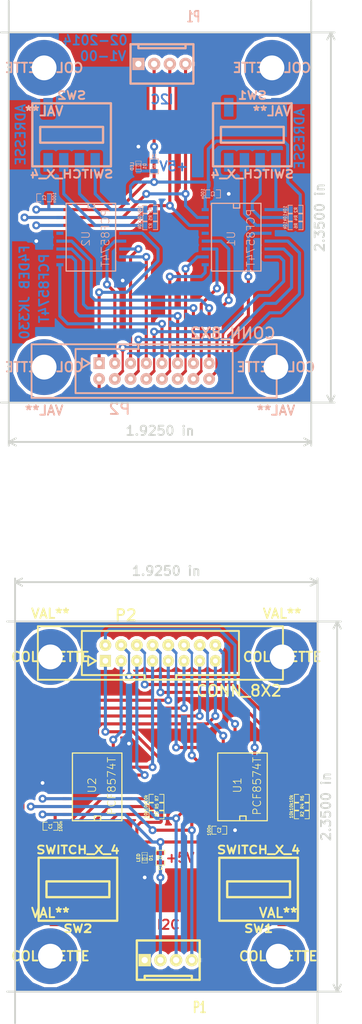
<source format=kicad_pcb>
(kicad_pcb (version 3) (host pcbnew "(2013-07-07 BZR 4022)-stable")
  (title_block (title PCF8574T) (rev V1-00) (company "F4DEB JK330"))
  (layers (15 Dessus.Cu signal) (0 Dessous.Cu signal))
  (net 0 "")
  (net 1 +5VD)
  (net 2 GND)
  (net 3 N-000001)
  (net 4 N-0000010)
  (net 5 N-0000012)
  (net 6 N-0000014)
  (net 7 N-0000015)
  (net 8 N-0000016)
  (net 9 N-0000017)
  (net 10 N-0000018)
  (net 11 N-0000019)
  (net 12 N-0000020)
  (net 13 N-0000021)
  (net 14 N-0000022)
  (net 15 N-0000023)
  (net 16 N-0000025)
  (net 17 N-0000026)
  (net 18 N-0000027)
  (net 19 N-0000028)
  (net 20 N-0000029)
  (net 21 N-000003)
  (net 22 N-0000032)
  (net 23 N-0000033)
  (net 24 N-000004)
  (net 25 N-000006)
  (net 26 N-000008)
  (net 27 N-000009)
  (module SWCMS4 (layer Dessous.Cu) (at 253.238 42.418)
    (fp_text reference SW1)
    (fp_text value SWITCH_X_4)
    (pad 1 smd rect (at -3.81 -4.445) (size 1.524 3) (layers Dessous.Cu Dessous.Pate Dessous.Masque))
    (pad 2 smd rect (at -1.27 -4.445) (size 1.524 3) (layers Dessous.Cu Dessous.Pate Dessous.Masque) (net 2 GND))
    (pad 3 smd rect (at 1.27 -4.445) (size 1.524 3) (layers Dessous.Cu Dessous.Pate Dessous.Masque) (net 2 GND))
    (pad 4 smd rect (at 3.81 -4.445) (size 1.524 3) (layers Dessous.Cu Dessous.Pate Dessous.Masque) (net 2 GND))
    (pad 5 smd rect (at 3.81 4.445) (size 1.524 3) (layers Dessous.Cu Dessous.Pate Dessous.Masque) (net 25 N-000006))
    (pad 6 smd rect (at 1.27 4.445) (size 1.524 3) (layers Dessous.Cu Dessous.Pate Dessous.Masque) (net 26 N-000008))
    (pad 7 smd rect (at -1.27 4.445) (size 1.524 3) (layers Dessous.Cu Dessous.Pate Dessous.Masque) (net 27 N-000009))
    (pad 8 smd rect (at -3.81 4.445) (size 1.524 3) (layers Dessous.Cu Dessous.Pate Dessous.Masque))
  )
  (module SWCMS4 (layer Dessous.Cu) (at 224.028 42.418)
    (fp_text reference SW2)
    (fp_text value SWITCH_X_4)
    (pad 1 smd rect (at -3.81 -4.445) (size 1.524 3) (layers Dessous.Cu Dessous.Pate Dessous.Masque))
    (pad 2 smd rect (at -1.27 -4.445) (size 1.524 3) (layers Dessous.Cu Dessous.Pate Dessous.Masque) (net 2 GND))
    (pad 3 smd rect (at 1.27 -4.445) (size 1.524 3) (layers Dessous.Cu Dessous.Pate Dessous.Masque) (net 2 GND))
    (pad 4 smd rect (at 3.81 -4.445) (size 1.524 3) (layers Dessous.Cu Dessous.Pate Dessous.Masque) (net 2 GND))
    (pad 5 smd rect (at 3.81 4.445) (size 1.524 3) (layers Dessous.Cu Dessous.Pate Dessous.Masque) (net 21 N-000003))
    (pad 6 smd rect (at 1.27 4.445) (size 1.524 3) (layers Dessous.Cu Dessous.Pate Dessous.Masque) (net 3 N-000001))
    (pad 7 smd rect (at -1.27 4.445) (size 1.524 3) (layers Dessous.Cu Dessous.Pate Dessous.Masque) (net 24 N-000004))
    (pad 8 smd rect (at -3.81 4.445) (size 1.524 3) (layers Dessous.Cu Dessous.Pate Dessous.Masque))
  )
  (module he10-16d (layer Dessous.Cu) (at 237.363 80.518)
    (fp_text reference P2)
    (fp_text value CONN_8X2)
    (pad 1 thru_hole rect (at -8.89 -1.27) (size 1.8 1.9) (drill 0.9144) (layers *.Cu *.Mask Dessous.SilkS) (net 16 N-0000025))
    (pad 2 thru_hole circle (at -8.89 1.27) (size 1.9 1.9) (drill 0.8) (layers *.Cu *.Mask Dessous.SilkS) (net 7 N-0000015))
    (pad 3 thru_hole oval (at -6.35 -1.27) (size 1.8 1.9) (drill 0.8) (layers *.Cu *.Mask Dessous.SilkS) (net 17 N-0000026))
    (pad 4 thru_hole circle (at -6.35 1.27) (size 1.9 1.9) (drill 0.8) (layers *.Cu *.Mask Dessous.SilkS) (net 8 N-0000016))
    (pad 5 thru_hole oval (at -3.81 -1.27) (size 1.8 1.9) (drill 0.8) (layers *.Cu *.Mask Dessous.SilkS) (net 18 N-0000027))
    (pad 6 thru_hole circle (at -3.81 1.27) (size 1.9 1.9) (drill 0.8) (layers *.Cu *.Mask Dessous.SilkS) (net 9 N-0000017))
    (pad 7 thru_hole oval (at -1.27 -1.27) (size 1.8 1.9) (drill 0.8) (layers *.Cu *.Mask Dessous.SilkS) (net 19 N-0000028))
    (pad 8 thru_hole circle (at -1.27 1.27) (size 1.9 1.9) (drill 0.8) (layers *.Cu *.Mask Dessous.SilkS) (net 11 N-0000019))
    (pad 9 thru_hole oval (at 1.27 -1.27) (size 1.8 1.9) (drill 0.8) (layers *.Cu *.Mask Dessous.SilkS) (net 20 N-0000029))
    (pad 10 thru_hole circle (at 1.27 1.27) (size 1.9 1.9) (drill 0.8) (layers *.Cu *.Mask Dessous.SilkS) (net 12 N-0000020))
    (pad 11 thru_hole oval (at 3.81 -1.27) (size 1.8 1.9) (drill 0.8) (layers *.Cu *.Mask Dessous.SilkS) (net 10 N-0000018))
    (pad 12 thru_hole circle (at 3.81 1.27) (size 1.9 1.9) (drill 0.8) (layers *.Cu *.Mask Dessous.SilkS) (net 13 N-0000021))
    (pad 13 thru_hole oval (at 6.35 -1.27) (size 1.8 1.9) (drill 0.8) (layers *.Cu *.Mask Dessous.SilkS) (net 6 N-0000014))
    (pad 14 thru_hole circle (at 6.35 1.27) (size 1.9 1.9) (drill 0.8) (layers *.Cu *.Mask Dessous.SilkS) (net 14 N-0000022))
    (pad 15 thru_hole oval (at 8.89 -1.27) (size 1.8 1.9) (drill 0.8) (layers *.Cu *.Mask Dessous.SilkS) (net 5 N-0000012))
    (pad 16 thru_hole circle (at 8.89 1.27) (size 1.9 1.9) (drill 0.8) (layers *.Cu *.Mask Dessous.SilkS) (net 15 N-0000023))
  )
  (module COLONETTE (layer Dessous.Cu) (at 219.583 31.623)
    (fp_text reference COLONETTE)
    (fp_text value VAL**)
    (pad 1 thru_hole circle (at 0 0) (size 8.99922 8.99922) (drill 4.0005) (layers *.Cu))
  )
  (module COLONETTE (layer Dessous.Cu) (at 256.413 31.623)
    (fp_text reference COLONETTE)
    (fp_text value VAL**)
    (pad 1 thru_hole circle (at 0 0) (size 8.99922 8.99922) (drill 4.0005) (layers *.Cu))
  )
  (module COLONETTE (layer Dessous.Cu) (at 219.583 79.883)
    (fp_text reference COLONETTE)
    (fp_text value VAL**)
    (pad 1 thru_hole circle (at 0 0) (size 8.99922 8.99922) (drill 4.0005) (layers *.Cu))
  )
  (module COLONETTE (layer Dessous.Cu) (at 257.048 79.883)
    (fp_text reference COLONETTE)
    (fp_text value VAL**)
    (pad 1 thru_hole circle (at 0 0) (size 8.99922 8.99922) (drill 4.0005) (layers *.Cu))
  )
  (module KK-4 (layer Dessous.Cu) (at 242.443 30.988 180)
    (fp_text reference P1)
    (fp_text value CONN_4 hide)
    (pad 1 thru_hole rect (at 7.62 0 180) (size 1.99898 1.99898) (drill 1.00076) (layers *.Cu *.Mask Dessous.SilkS) (net 2 GND))
    (pad 2 thru_hole circle (at 5.08 0 180) (size 1.99898 1.99898) (drill 1.00076) (layers *.Cu *.Mask Dessous.SilkS) (net 1 +5VD))
    (pad 3 thru_hole circle (at 2.54 0 180) (size 1.99898 1.99898) (drill 1.00076) (layers *.Cu *.Mask Dessous.SilkS) (net 23 N-0000033))
    (pad 4 thru_hole circle (at 0 0 180) (size 1.99898 1.99898) (drill 1.00076) (layers *.Cu *.Mask Dessous.SilkS) (net 22 N-0000032))
  )
  (module LED-0603 (layer Dessous.Cu) (at 234.823 47.498 90)
    (fp_text reference D1)
    (fp_text value LED)
    (pad 1 smd rect (at -0.7493 0 90) (size 0.79756 0.79756) (layers Dessous.Cu Dessous.Pate Dessous.Masque) (net 4 N-0000010))
    (pad 2 smd rect (at 0.7493 0 90) (size 0.79756 0.79756) (layers Dessous.Cu Dessous.Pate Dessous.Masque) (net 2 GND))
  )
  (module SM0603_Capa (layer Dessous.Cu) (at 246.888 51.943)
    (fp_text reference C2)
    (fp_text value 100n)
    (pad 1 smd rect (at -0.762 0) (size 0.635 1.143) (layers Dessous.Cu Dessous.Pate Dessous.Masque) (net 1 +5VD))
    (pad 2 smd rect (at 0.762 0) (size 0.635 1.143) (layers Dessous.Cu Dessous.Pate Dessous.Masque) (net 2 GND))
  )
  (module SM0603_Capa (layer Dessous.Cu) (at 219.583 52.578 180)
    (fp_text reference C1)
    (fp_text value 100n)
    (pad 1 smd rect (at -0.762 0 180) (size 0.635 1.143) (layers Dessous.Cu Dessous.Pate Dessous.Masque) (net 1 +5VD))
    (pad 2 smd rect (at 0.762 0 180) (size 0.635 1.143) (layers Dessous.Cu Dessous.Pate Dessous.Masque) (net 2 GND))
  )
  (module SM0603_Resistor (layer Dessous.Cu) (at 237.363 47.498 270)
    (fp_text reference R1)
    (fp_text value 1k)
    (pad 1 smd rect (at -0.762 0 270) (size 0.635 1.143) (layers Dessous.Cu Dessous.Pate Dessous.Masque) (net 1 +5VD))
    (pad 2 smd rect (at 0.762 0 270) (size 0.635 1.143) (layers Dessous.Cu Dessous.Pate Dessous.Masque) (net 4 N-0000010))
  )
  (module SM0603_Resistor (layer Dessous.Cu) (at 236.728 57.023)
    (fp_text reference R7)
    (fp_text value 10k)
    (pad 1 smd rect (at -0.762 0) (size 0.635 1.143) (layers Dessous.Cu Dessous.Pate Dessous.Masque) (net 24 N-000004))
    (pad 2 smd rect (at 0.762 0) (size 0.635 1.143) (layers Dessous.Cu Dessous.Pate Dessous.Masque) (net 1 +5VD))
  )
  (module SM0603_Resistor (layer Dessous.Cu) (at 236.728 55.753)
    (fp_text reference R5)
    (fp_text value 10k)
    (pad 1 smd rect (at -0.762 0) (size 0.635 1.143) (layers Dessous.Cu Dessous.Pate Dessous.Masque) (net 3 N-000001))
    (pad 2 smd rect (at 0.762 0) (size 0.635 1.143) (layers Dessous.Cu Dessous.Pate Dessous.Masque) (net 1 +5VD))
  )
  (module SM0603_Resistor (layer Dessous.Cu) (at 236.728 54.483)
    (fp_text reference R3)
    (fp_text value 10k)
    (pad 1 smd rect (at -0.762 0) (size 0.635 1.143) (layers Dessous.Cu Dessous.Pate Dessous.Masque) (net 21 N-000003))
    (pad 2 smd rect (at 0.762 0) (size 0.635 1.143) (layers Dessous.Cu Dessous.Pate Dessous.Masque) (net 1 +5VD))
  )
  (module SM0603_Resistor (layer Dessous.Cu) (at 260.223 57.023)
    (fp_text reference R6)
    (fp_text value 10k)
    (pad 1 smd rect (at -0.762 0) (size 0.635 1.143) (layers Dessous.Cu Dessous.Pate Dessous.Masque) (net 27 N-000009))
    (pad 2 smd rect (at 0.762 0) (size 0.635 1.143) (layers Dessous.Cu Dessous.Pate Dessous.Masque) (net 1 +5VD))
  )
  (module SM0603_Resistor (layer Dessous.Cu) (at 260.223 55.753)
    (fp_text reference R4)
    (fp_text value 10k)
    (pad 1 smd rect (at -0.762 0) (size 0.635 1.143) (layers Dessous.Cu Dessous.Pate Dessous.Masque) (net 26 N-000008))
    (pad 2 smd rect (at 0.762 0) (size 0.635 1.143) (layers Dessous.Cu Dessous.Pate Dessous.Masque) (net 1 +5VD))
  )
  (module SM0603_Resistor (layer Dessous.Cu) (at 260.223 54.483)
    (fp_text reference R2)
    (fp_text value 10k)
    (pad 1 smd rect (at -0.762 0) (size 0.635 1.143) (layers Dessous.Cu Dessous.Pate Dessous.Masque) (net 25 N-000006))
    (pad 2 smd rect (at 0.762 0) (size 0.635 1.143) (layers Dessous.Cu Dessous.Pate Dessous.Masque) (net 1 +5VD))
  )
  (module SO16W (layer Dessous.Cu) (at 227.203 58.928 270)
    (fp_text reference U2)
    (fp_text value PCF8574T)
    (pad 1 smd rect (at -4.445 -5.08 270) (size 0.508 1.143) (layers Dessous.Cu Dessous.Pate Dessous.Masque) (net 21 N-000003))
    (pad 2 smd rect (at -3.175 -5.08 270) (size 0.508 1.143) (layers Dessous.Cu Dessous.Pate Dessous.Masque) (net 3 N-000001))
    (pad 3 smd rect (at -1.905 -5.08 270) (size 0.508 1.143) (layers Dessous.Cu Dessous.Pate Dessous.Masque) (net 24 N-000004))
    (pad 4 smd rect (at -0.635 -5.08 270) (size 0.508 1.143) (layers Dessous.Cu Dessous.Pate Dessous.Masque) (net 16 N-0000025))
    (pad 5 smd rect (at 0.635 -5.08 270) (size 0.508 1.143) (layers Dessous.Cu Dessous.Pate Dessous.Masque) (net 17 N-0000026))
    (pad 6 smd rect (at 1.905 -5.08 270) (size 0.508 1.143) (layers Dessous.Cu Dessous.Pate Dessous.Masque) (net 18 N-0000027))
    (pad 7 smd rect (at 3.175 -5.08 270) (size 0.508 1.143) (layers Dessous.Cu Dessous.Pate Dessous.Masque) (net 19 N-0000028))
    (pad 8 smd rect (at 4.445 -5.08 270) (size 0.508 1.143) (layers Dessous.Cu Dessous.Pate Dessous.Masque) (net 2 GND))
    (pad 9 smd rect (at 4.445 5.08 270) (size 0.508 1.143) (layers Dessous.Cu Dessous.Pate Dessous.Masque) (net 20 N-0000029))
    (pad 10 smd rect (at 3.175 5.08 270) (size 0.508 1.143) (layers Dessous.Cu Dessous.Pate Dessous.Masque) (net 10 N-0000018))
    (pad 11 smd rect (at 1.905 5.08 270) (size 0.508 1.143) (layers Dessous.Cu Dessous.Pate Dessous.Masque) (net 6 N-0000014))
    (pad 12 smd rect (at 0.635 5.08 270) (size 0.508 1.143) (layers Dessous.Cu Dessous.Pate Dessous.Masque) (net 5 N-0000012))
    (pad 13 smd rect (at -0.635 5.08 270) (size 0.508 1.143) (layers Dessous.Cu Dessous.Pate Dessous.Masque))
    (pad 14 smd rect (at -1.905 5.08 270) (size 0.508 1.143) (layers Dessous.Cu Dessous.Pate Dessous.Masque) (net 23 N-0000033))
    (pad 15 smd rect (at -3.175 5.08 270) (size 0.508 1.143) (layers Dessous.Cu Dessous.Pate Dessous.Masque) (net 22 N-0000032))
    (pad 16 smd rect (at -4.445 5.08 270) (size 0.508 1.143) (layers Dessous.Cu Dessous.Pate Dessous.Masque) (net 1 +5VD))
  )
  (module SO16W (layer Dessous.Cu) (at 250.698 58.928 270)
    (fp_text reference U1)
    (fp_text value PCF8574T)
    (pad 1 smd rect (at -4.445 -5.08 270) (size 0.508 1.143) (layers Dessous.Cu Dessous.Pate Dessous.Masque) (net 25 N-000006))
    (pad 2 smd rect (at -3.175 -5.08 270) (size 0.508 1.143) (layers Dessous.Cu Dessous.Pate Dessous.Masque) (net 26 N-000008))
    (pad 3 smd rect (at -1.905 -5.08 270) (size 0.508 1.143) (layers Dessous.Cu Dessous.Pate Dessous.Masque) (net 27 N-000009))
    (pad 4 smd rect (at -0.635 -5.08 270) (size 0.508 1.143) (layers Dessous.Cu Dessous.Pate Dessous.Masque) (net 7 N-0000015))
    (pad 5 smd rect (at 0.635 -5.08 270) (size 0.508 1.143) (layers Dessous.Cu Dessous.Pate Dessous.Masque) (net 8 N-0000016))
    (pad 6 smd rect (at 1.905 -5.08 270) (size 0.508 1.143) (layers Dessous.Cu Dessous.Pate Dessous.Masque) (net 9 N-0000017))
    (pad 7 smd rect (at 3.175 -5.08 270) (size 0.508 1.143) (layers Dessous.Cu Dessous.Pate Dessous.Masque) (net 11 N-0000019))
    (pad 8 smd rect (at 4.445 -5.08 270) (size 0.508 1.143) (layers Dessous.Cu Dessous.Pate Dessous.Masque) (net 2 GND))
    (pad 9 smd rect (at 4.445 5.08 270) (size 0.508 1.143) (layers Dessous.Cu Dessous.Pate Dessous.Masque) (net 12 N-0000020))
    (pad 10 smd rect (at 3.175 5.08 270) (size 0.508 1.143) (layers Dessous.Cu Dessous.Pate Dessous.Masque) (net 13 N-0000021))
    (pad 11 smd rect (at 1.905 5.08 270) (size 0.508 1.143) (layers Dessous.Cu Dessous.Pate Dessous.Masque) (net 14 N-0000022))
    (pad 12 smd rect (at 0.635 5.08 270) (size 0.508 1.143) (layers Dessous.Cu Dessous.Pate Dessous.Masque) (net 15 N-0000023))
    (pad 13 smd rect (at -0.635 5.08 270) (size 0.508 1.143) (layers Dessous.Cu Dessous.Pate Dessous.Masque))
    (pad 14 smd rect (at -1.905 5.08 270) (size 0.508 1.143) (layers Dessous.Cu Dessous.Pate Dessous.Masque) (net 23 N-0000033))
    (pad 15 smd rect (at -3.175 5.08 270) (size 0.508 1.143) (layers Dessous.Cu Dessous.Pate Dessous.Masque) (net 22 N-0000032))
    (pad 16 smd rect (at -4.445 5.08 270) (size 0.508 1.143) (layers Dessous.Cu Dessous.Pate Dessous.Masque) (net 1 +5VD))
  )
  (module SO16W (layer Dessus.Cu) (at 251.714 147.574 90)
    (fp_text reference U1)
    (fp_text value PCF8574T)
    (pad 1 smd rect (at -4.445 5.08 90) (size 0.508 1.143) (layers Dessus.Cu Dessus.Pate Dessus.Masque) (net 25 N-000006))
    (pad 2 smd rect (at -3.175 5.08 90) (size 0.508 1.143) (layers Dessus.Cu Dessus.Pate Dessus.Masque) (net 26 N-000008))
    (pad 3 smd rect (at -1.905 5.08 90) (size 0.508 1.143) (layers Dessus.Cu Dessus.Pate Dessus.Masque) (net 27 N-000009))
    (pad 4 smd rect (at -0.635 5.08 90) (size 0.508 1.143) (layers Dessus.Cu Dessus.Pate Dessus.Masque) (net 7 N-0000015))
    (pad 5 smd rect (at 0.635 5.08 90) (size 0.508 1.143) (layers Dessus.Cu Dessus.Pate Dessus.Masque) (net 8 N-0000016))
    (pad 6 smd rect (at 1.905 5.08 90) (size 0.508 1.143) (layers Dessus.Cu Dessus.Pate Dessus.Masque) (net 9 N-0000017))
    (pad 7 smd rect (at 3.175 5.08 90) (size 0.508 1.143) (layers Dessus.Cu Dessus.Pate Dessus.Masque) (net 11 N-0000019))
    (pad 8 smd rect (at 4.445 5.08 90) (size 0.508 1.143) (layers Dessus.Cu Dessus.Pate Dessus.Masque) (net 2 GND))
    (pad 9 smd rect (at 4.445 -5.08 90) (size 0.508 1.143) (layers Dessus.Cu Dessus.Pate Dessus.Masque) (net 12 N-0000020))
    (pad 10 smd rect (at 3.175 -5.08 90) (size 0.508 1.143) (layers Dessus.Cu Dessus.Pate Dessus.Masque) (net 13 N-0000021))
    (pad 11 smd rect (at 1.905 -5.08 90) (size 0.508 1.143) (layers Dessus.Cu Dessus.Pate Dessus.Masque) (net 14 N-0000022))
    (pad 12 smd rect (at 0.635 -5.08 90) (size 0.508 1.143) (layers Dessus.Cu Dessus.Pate Dessus.Masque) (net 15 N-0000023))
    (pad 13 smd rect (at -0.635 -5.08 90) (size 0.508 1.143) (layers Dessus.Cu Dessus.Pate Dessus.Masque))
    (pad 14 smd rect (at -1.905 -5.08 90) (size 0.508 1.143) (layers Dessus.Cu Dessus.Pate Dessus.Masque) (net 23 N-0000033))
    (pad 15 smd rect (at -3.175 -5.08 90) (size 0.508 1.143) (layers Dessus.Cu Dessus.Pate Dessus.Masque) (net 22 N-0000032))
    (pad 16 smd rect (at -4.445 -5.08 90) (size 0.508 1.143) (layers Dessus.Cu Dessus.Pate Dessus.Masque) (net 1 +5VD))
  )
  (module SO16W (layer Dessus.Cu) (at 228.219 147.574 90)
    (fp_text reference U2)
    (fp_text value PCF8574T)
    (pad 1 smd rect (at -4.445 5.08 90) (size 0.508 1.143) (layers Dessus.Cu Dessus.Pate Dessus.Masque) (net 21 N-000003))
    (pad 2 smd rect (at -3.175 5.08 90) (size 0.508 1.143) (layers Dessus.Cu Dessus.Pate Dessus.Masque) (net 3 N-000001))
    (pad 3 smd rect (at -1.905 5.08 90) (size 0.508 1.143) (layers Dessus.Cu Dessus.Pate Dessus.Masque) (net 24 N-000004))
    (pad 4 smd rect (at -0.635 5.08 90) (size 0.508 1.143) (layers Dessus.Cu Dessus.Pate Dessus.Masque) (net 16 N-0000025))
    (pad 5 smd rect (at 0.635 5.08 90) (size 0.508 1.143) (layers Dessus.Cu Dessus.Pate Dessus.Masque) (net 17 N-0000026))
    (pad 6 smd rect (at 1.905 5.08 90) (size 0.508 1.143) (layers Dessus.Cu Dessus.Pate Dessus.Masque) (net 18 N-0000027))
    (pad 7 smd rect (at 3.175 5.08 90) (size 0.508 1.143) (layers Dessus.Cu Dessus.Pate Dessus.Masque) (net 19 N-0000028))
    (pad 8 smd rect (at 4.445 5.08 90) (size 0.508 1.143) (layers Dessus.Cu Dessus.Pate Dessus.Masque) (net 2 GND))
    (pad 9 smd rect (at 4.445 -5.08 90) (size 0.508 1.143) (layers Dessus.Cu Dessus.Pate Dessus.Masque) (net 20 N-0000029))
    (pad 10 smd rect (at 3.175 -5.08 90) (size 0.508 1.143) (layers Dessus.Cu Dessus.Pate Dessus.Masque) (net 10 N-0000018))
    (pad 11 smd rect (at 1.905 -5.08 90) (size 0.508 1.143) (layers Dessus.Cu Dessus.Pate Dessus.Masque) (net 6 N-0000014))
    (pad 12 smd rect (at 0.635 -5.08 90) (size 0.508 1.143) (layers Dessus.Cu Dessus.Pate Dessus.Masque) (net 5 N-0000012))
    (pad 13 smd rect (at -0.635 -5.08 90) (size 0.508 1.143) (layers Dessus.Cu Dessus.Pate Dessus.Masque))
    (pad 14 smd rect (at -1.905 -5.08 90) (size 0.508 1.143) (layers Dessus.Cu Dessus.Pate Dessus.Masque) (net 23 N-0000033))
    (pad 15 smd rect (at -3.175 -5.08 90) (size 0.508 1.143) (layers Dessus.Cu Dessus.Pate Dessus.Masque) (net 22 N-0000032))
    (pad 16 smd rect (at -4.445 -5.08 90) (size 0.508 1.143) (layers Dessus.Cu Dessus.Pate Dessus.Masque) (net 1 +5VD))
  )
  (module SM0603_Resistor (layer Dessus.Cu) (at 261.239 152.019)
    (fp_text reference R2)
    (fp_text value 10k)
    (pad 1 smd rect (at -0.762 0) (size 0.635 1.143) (layers Dessus.Cu Dessus.Pate Dessus.Masque) (net 25 N-000006))
    (pad 2 smd rect (at 0.762 0) (size 0.635 1.143) (layers Dessus.Cu Dessus.Pate Dessus.Masque) (net 1 +5VD))
  )
  (module SM0603_Resistor (layer Dessus.Cu) (at 261.239 150.749)
    (fp_text reference R4)
    (fp_text value 10k)
    (pad 1 smd rect (at -0.762 0) (size 0.635 1.143) (layers Dessus.Cu Dessus.Pate Dessus.Masque) (net 26 N-000008))
    (pad 2 smd rect (at 0.762 0) (size 0.635 1.143) (layers Dessus.Cu Dessus.Pate Dessus.Masque) (net 1 +5VD))
  )
  (module SM0603_Resistor (layer Dessus.Cu) (at 261.239 149.479)
    (fp_text reference R6)
    (fp_text value 10k)
    (pad 1 smd rect (at -0.762 0) (size 0.635 1.143) (layers Dessus.Cu Dessus.Pate Dessus.Masque) (net 27 N-000009))
    (pad 2 smd rect (at 0.762 0) (size 0.635 1.143) (layers Dessus.Cu Dessus.Pate Dessus.Masque) (net 1 +5VD))
  )
  (module SM0603_Resistor (layer Dessus.Cu) (at 237.744 152.019)
    (fp_text reference R3)
    (fp_text value 10k)
    (pad 1 smd rect (at -0.762 0) (size 0.635 1.143) (layers Dessus.Cu Dessus.Pate Dessus.Masque) (net 21 N-000003))
    (pad 2 smd rect (at 0.762 0) (size 0.635 1.143) (layers Dessus.Cu Dessus.Pate Dessus.Masque) (net 1 +5VD))
  )
  (module SM0603_Resistor (layer Dessus.Cu) (at 237.744 150.749)
    (fp_text reference R5)
    (fp_text value 10k)
    (pad 1 smd rect (at -0.762 0) (size 0.635 1.143) (layers Dessus.Cu Dessus.Pate Dessus.Masque) (net 3 N-000001))
    (pad 2 smd rect (at 0.762 0) (size 0.635 1.143) (layers Dessus.Cu Dessus.Pate Dessus.Masque) (net 1 +5VD))
  )
  (module SM0603_Resistor (layer Dessus.Cu) (at 237.744 149.479)
    (fp_text reference R7)
    (fp_text value 10k)
    (pad 1 smd rect (at -0.762 0) (size 0.635 1.143) (layers Dessus.Cu Dessus.Pate Dessus.Masque) (net 24 N-000004))
    (pad 2 smd rect (at 0.762 0) (size 0.635 1.143) (layers Dessus.Cu Dessus.Pate Dessus.Masque) (net 1 +5VD))
  )
  (module SM0603_Resistor (layer Dessus.Cu) (at 238.379 159.004 90)
    (fp_text reference R1)
    (fp_text value 1k)
    (pad 1 smd rect (at -0.762 0 90) (size 0.635 1.143) (layers Dessus.Cu Dessus.Pate Dessus.Masque) (net 1 +5VD))
    (pad 2 smd rect (at 0.762 0 90) (size 0.635 1.143) (layers Dessus.Cu Dessus.Pate Dessus.Masque) (net 4 N-0000010))
  )
  (module SM0603_Capa (layer Dessus.Cu) (at 220.599 153.924 180)
    (fp_text reference C1)
    (fp_text value 100n)
    (pad 1 smd rect (at -0.762 0 180) (size 0.635 1.143) (layers Dessus.Cu Dessus.Pate Dessus.Masque) (net 1 +5VD))
    (pad 2 smd rect (at 0.762 0 180) (size 0.635 1.143) (layers Dessus.Cu Dessus.Pate Dessus.Masque) (net 2 GND))
  )
  (module SM0603_Capa (layer Dessus.Cu) (at 247.904 154.559)
    (fp_text reference C2)
    (fp_text value 100n)
    (pad 1 smd rect (at -0.762 0) (size 0.635 1.143) (layers Dessus.Cu Dessus.Pate Dessus.Masque) (net 1 +5VD))
    (pad 2 smd rect (at 0.762 0) (size 0.635 1.143) (layers Dessus.Cu Dessus.Pate Dessus.Masque) (net 2 GND))
  )
  (module LED-0603 (layer Dessus.Cu) (at 235.839 159.004 270)
    (fp_text reference D1)
    (fp_text value LED)
    (pad 1 smd rect (at -0.7493 0 270) (size 0.79756 0.79756) (layers Dessus.Cu Dessus.Pate Dessus.Masque) (net 4 N-0000010))
    (pad 2 smd rect (at 0.7493 0 270) (size 0.79756 0.79756) (layers Dessus.Cu Dessus.Pate Dessus.Masque) (net 2 GND))
  )
  (module KK-4 (layer Dessus.Cu) (at 243.459 175.514 180)
    (fp_text reference P1)
    (fp_text value CONN_4 hide)
    (pad 1 thru_hole rect (at 7.62 0 180) (size 1.99898 1.99898) (drill 1.00076) (layers *.Cu *.Mask Dessus.SilkS) (net 2 GND))
    (pad 2 thru_hole circle (at 5.08 0 180) (size 1.99898 1.99898) (drill 1.00076) (layers *.Cu *.Mask Dessus.SilkS) (net 1 +5VD))
    (pad 3 thru_hole circle (at 2.54 0 180) (size 1.99898 1.99898) (drill 1.00076) (layers *.Cu *.Mask Dessus.SilkS) (net 23 N-0000033))
    (pad 4 thru_hole circle (at 0 0 180) (size 1.99898 1.99898) (drill 1.00076) (layers *.Cu *.Mask Dessus.SilkS) (net 22 N-0000032))
  )
  (module COLONETTE (layer Dessus.Cu) (at 258.064 126.619)
    (fp_text reference COLONETTE)
    (fp_text value VAL**)
    (pad 1 thru_hole circle (at 0 0) (size 8.99922 8.99922) (drill 4.0005) (layers *.Cu))
  )
  (module COLONETTE (layer Dessus.Cu) (at 220.599 126.619)
    (fp_text reference COLONETTE)
    (fp_text value VAL**)
    (pad 1 thru_hole circle (at 0 0) (size 8.99922 8.99922) (drill 4.0005) (layers *.Cu))
  )
  (module COLONETTE (layer Dessus.Cu) (at 257.429 174.879)
    (fp_text reference COLONETTE)
    (fp_text value VAL**)
    (pad 1 thru_hole circle (at 0 0) (size 8.99922 8.99922) (drill 4.0005) (layers *.Cu))
  )
  (module COLONETTE (layer Dessus.Cu) (at 220.599 174.879)
    (fp_text reference COLONETTE)
    (fp_text value VAL**)
    (pad 1 thru_hole circle (at 0 0) (size 8.99922 8.99922) (drill 4.0005) (layers *.Cu))
  )
  (module he10-16d (layer Dessus.Cu) (at 238.379 125.984)
    (fp_text reference P2)
    (fp_text value CONN_8X2)
    (pad 1 thru_hole rect (at -8.89 1.27) (size 1.8 1.9) (drill 0.9144) (layers *.Cu *.Mask Dessus.SilkS) (net 16 N-0000025))
    (pad 2 thru_hole circle (at -8.89 -1.27) (size 1.9 1.9) (drill 0.8) (layers *.Cu *.Mask Dessus.SilkS) (net 7 N-0000015))
    (pad 3 thru_hole oval (at -6.35 1.27) (size 1.8 1.9) (drill 0.8) (layers *.Cu *.Mask Dessus.SilkS) (net 17 N-0000026))
    (pad 4 thru_hole circle (at -6.35 -1.27) (size 1.9 1.9) (drill 0.8) (layers *.Cu *.Mask Dessus.SilkS) (net 8 N-0000016))
    (pad 5 thru_hole oval (at -3.81 1.27) (size 1.8 1.9) (drill 0.8) (layers *.Cu *.Mask Dessus.SilkS) (net 18 N-0000027))
    (pad 6 thru_hole circle (at -3.81 -1.27) (size 1.9 1.9) (drill 0.8) (layers *.Cu *.Mask Dessus.SilkS) (net 9 N-0000017))
    (pad 7 thru_hole oval (at -1.27 1.27) (size 1.8 1.9) (drill 0.8) (layers *.Cu *.Mask Dessus.SilkS) (net 19 N-0000028))
    (pad 8 thru_hole circle (at -1.27 -1.27) (size 1.9 1.9) (drill 0.8) (layers *.Cu *.Mask Dessus.SilkS) (net 11 N-0000019))
    (pad 9 thru_hole oval (at 1.27 1.27) (size 1.8 1.9) (drill 0.8) (layers *.Cu *.Mask Dessus.SilkS) (net 20 N-0000029))
    (pad 10 thru_hole circle (at 1.27 -1.27) (size 1.9 1.9) (drill 0.8) (layers *.Cu *.Mask Dessus.SilkS) (net 12 N-0000020))
    (pad 11 thru_hole oval (at 3.81 1.27) (size 1.8 1.9) (drill 0.8) (layers *.Cu *.Mask Dessus.SilkS) (net 10 N-0000018))
    (pad 12 thru_hole circle (at 3.81 -1.27) (size 1.9 1.9) (drill 0.8) (layers *.Cu *.Mask Dessus.SilkS) (net 13 N-0000021))
    (pad 13 thru_hole oval (at 6.35 1.27) (size 1.8 1.9) (drill 0.8) (layers *.Cu *.Mask Dessus.SilkS) (net 6 N-0000014))
    (pad 14 thru_hole circle (at 6.35 -1.27) (size 1.9 1.9) (drill 0.8) (layers *.Cu *.Mask Dessus.SilkS) (net 14 N-0000022))
    (pad 15 thru_hole oval (at 8.89 1.27) (size 1.8 1.9) (drill 0.8) (layers *.Cu *.Mask Dessus.SilkS) (net 5 N-0000012))
    (pad 16 thru_hole circle (at 8.89 -1.27) (size 1.9 1.9) (drill 0.8) (layers *.Cu *.Mask Dessus.SilkS) (net 15 N-0000023))
  )
  (module SWCMS4 (layer Dessus.Cu) (at 225.044 164.084)
    (fp_text reference SW2)
    (fp_text value SWITCH_X_4)
    (pad 1 smd rect (at -3.81 4.445) (size 1.524 3) (layers Dessus.Cu Dessus.Pate Dessus.Masque))
    (pad 2 smd rect (at -1.27 4.445) (size 1.524 3) (layers Dessus.Cu Dessus.Pate Dessus.Masque) (net 2 GND))
    (pad 3 smd rect (at 1.27 4.445) (size 1.524 3) (layers Dessus.Cu Dessus.Pate Dessus.Masque) (net 2 GND))
    (pad 4 smd rect (at 3.81 4.445) (size 1.524 3) (layers Dessus.Cu Dessus.Pate Dessus.Masque) (net 2 GND))
    (pad 5 smd rect (at 3.81 -4.445) (size 1.524 3) (layers Dessus.Cu Dessus.Pate Dessus.Masque) (net 21 N-000003))
    (pad 6 smd rect (at 1.27 -4.445) (size 1.524 3) (layers Dessus.Cu Dessus.Pate Dessus.Masque) (net 3 N-000001))
    (pad 7 smd rect (at -1.27 -4.445) (size 1.524 3) (layers Dessus.Cu Dessus.Pate Dessus.Masque) (net 24 N-000004))
    (pad 8 smd rect (at -3.81 -4.445) (size 1.524 3) (layers Dessus.Cu Dessus.Pate Dessus.Masque))
  )
  (module SWCMS4 (layer Dessus.Cu) (at 254.254 164.084)
    (fp_text reference SW1)
    (fp_text value SWITCH_X_4)
    (pad 1 smd rect (at -3.81 4.445) (size 1.524 3) (layers Dessus.Cu Dessus.Pate Dessus.Masque))
    (pad 2 smd rect (at -1.27 4.445) (size 1.524 3) (layers Dessus.Cu Dessus.Pate Dessus.Masque) (net 2 GND))
    (pad 3 smd rect (at 1.27 4.445) (size 1.524 3) (layers Dessus.Cu Dessus.Pate Dessus.Masque) (net 2 GND))
    (pad 4 smd rect (at 3.81 4.445) (size 1.524 3) (layers Dessus.Cu Dessus.Pate Dessus.Masque) (net 2 GND))
    (pad 5 smd rect (at 3.81 -4.445) (size 1.524 3) (layers Dessus.Cu Dessus.Pate Dessus.Masque) (net 25 N-000006))
    (pad 6 smd rect (at 1.27 -4.445) (size 1.524 3) (layers Dessus.Cu Dessus.Pate Dessus.Masque) (net 26 N-000008))
    (pad 7 smd rect (at -1.27 -4.445) (size 1.524 3) (layers Dessus.Cu Dessus.Pate Dessus.Masque) (net 27 N-000009))
    (pad 8 smd rect (at -3.81 -4.445) (size 1.524 3) (layers Dessus.Cu Dessus.Pate Dessus.Masque))
  )
  (gr_text I2C (at 238.633 36.703) (layer Dessous.Cu) (effects (font (size 1.5 1.5) (thickness 0.3)) (justify mirror)))
  (gr_text ADRESSE (at 215.773 42.418 90) (layer Dessous.Cu) (effects (font (size 1.5 1.5) (thickness 0.3)) (justify mirror)))
  (gr_text ADRESSE (at 260.858 43.053 90) (layer Dessous.Cu) (effects (font (size 1.5 1.5) (thickness 0.3)) (justify mirror)))
  (gr_text +5V (at 240.538 47.498) (layer Dessous.Cu) (effects (font (size 1.5 1.5) (thickness 0.3)) (justify mirror)))
  (gr_text "F4DEB JK330" (at 216.408 67.818 90) (layer Dessous.Cu) (effects (font (size 1.5 1.5) (thickness 0.3)) (justify mirror)))
  (gr_text PCF8574T (at 219.583 67.183 90) (layer Dessous.Cu) (effects (font (size 1.5 1.5) (thickness 0.3)) (justify mirror)))
  (gr_text V1-00 (at 229.108 29.718) (layer Dessous.Cu) (effects (font (size 1.5 1.5) (thickness 0.3)) (justify mirror)))
  (gr_text 02-2014 (at 227.838 27.178) (layer Dessous.Cu) (effects (font (size 1.5 1.5) (thickness 0.3)) (justify mirror)))
  (gr_text 02-2014 (at 228.854 179.324) (layer Dessus.Cu) (effects (font (size 1.5 1.5) (thickness 0.3))))
  (gr_text V1-00 (at 230.124 176.784) (layer Dessus.Cu) (effects (font (size 1.5 1.5) (thickness 0.3))))
  (gr_text PCF8574T (at 220.599 139.319 90) (layer Dessus.Cu) (effects (font (size 1.5 1.5) (thickness 0.3))))
  (gr_text "F4DEB JK330" (at 217.424 138.684 90) (layer Dessus.Cu) (effects (font (size 1.5 1.5) (thickness 0.3))))
  (gr_text +5V (at 241.554 159.004) (layer Dessus.Cu) (effects (font (size 1.5 1.5) (thickness 0.3))))
  (gr_text ADRESSE (at 261.874 163.449 90) (layer Dessus.Cu) (effects (font (size 1.5 1.5) (thickness 0.3))))
  (gr_text ADRESSE (at 216.789 164.084 90) (layer Dessus.Cu) (effects (font (size 1.5 1.5) (thickness 0.3))))
  (gr_text I2C (at 239.649 169.799) (layer Dessus.Cu) (effects (font (size 1.5 1.5) (thickness 0.3))))
  (segment (start 220.218 54.483) (end 222.123 54.483) (width 0.5) (layer Dessous.Cu) (net 1))
  (segment (start 237.363 50.038) (end 237.363 44.323) (width 0.5) (layer Dessus.Cu) (net 1))
  (segment (start 260.985 55.753) (end 260.985 54.483) (width 0.5) (layer Dessous.Cu) (net 1))
  (segment (start 260.985 57.023) (end 260.985 55.753) (width 0.5) (layer Dessous.Cu) (net 1))
  (segment (start 245.618 52.451) (end 246.126 51.943) (width 0.5) (layer Dessous.Cu) (net 1))
  (segment (start 245.618 54.483) (end 245.618 52.451) (width 0.5) (layer Dessous.Cu) (net 1))
  (segment (start 237.363 44.323) (end 237.363 46.736) (width 0.5) (layer Dessous.Cu) (net 1))
  (via (at 237.363 44.323) (size 1.3) (layers Dessus.Cu Dessous.Cu) (net 1))
  (via (at 237.363 50.038) (size 1.3) (layers Dessus.Cu Dessous.Cu) (net 1))
  (segment (start 246.253 50.038) (end 246.253 50.673) (width 0.5) (layer Dessous.Cu) (net 1))
  (segment (start 246.253 50.673) (end 246.126 50.8) (width 0.5) (layer Dessous.Cu) (net 1))
  (segment (start 246.126 50.8) (end 246.126 51.943) (width 0.5) (layer Dessous.Cu) (net 1))
  (segment (start 246.253 50.038) (end 237.363 50.038) (width 0.5) (layer Dessous.Cu) (net 1))
  (segment (start 231.648 54.483) (end 218.313 54.483) (width 0.5) (layer Dessus.Cu) (net 1))
  (segment (start 236.093 50.038) (end 231.648 54.483) (width 0.5) (layer Dessus.Cu) (net 1))
  (segment (start 218.313 54.483) (end 220.218 54.483) (width 0.5) (layer Dessous.Cu) (net 1))
  (via (at 218.313 54.483) (size 1.3) (layers Dessus.Cu Dessous.Cu) (net 1))
  (segment (start 237.363 50.038) (end 236.093 50.038) (width 0.5) (layer Dessus.Cu) (net 1))
  (segment (start 237.49 54.483) (end 237.49 55.753) (width 0.5) (layer Dessous.Cu) (net 1))
  (segment (start 237.49 55.753) (end 237.49 57.023) (width 0.5) (layer Dessous.Cu) (net 1))
  (segment (start 220.345 54.483) (end 220.218 54.483) (width 0.5) (layer Dessous.Cu) (net 1))
  (segment (start 220.345 52.578) (end 220.345 54.483) (width 0.5) (layer Dessous.Cu) (net 1))
  (segment (start 237.49 53.34) (end 237.363 53.213) (width 0.5) (layer Dessous.Cu) (net 1))
  (segment (start 237.363 53.213) (end 234.188 53.213) (width 0.5) (layer Dessous.Cu) (net 1))
  (segment (start 234.188 53.213) (end 233.553 52.578) (width 0.5) (layer Dessous.Cu) (net 1))
  (segment (start 233.553 52.578) (end 233.553 50.673) (width 0.5) (layer Dessous.Cu) (net 1))
  (segment (start 233.553 50.673) (end 234.188 50.038) (width 0.5) (layer Dessous.Cu) (net 1))
  (segment (start 234.188 50.038) (end 237.363 50.038) (width 0.5) (layer Dessous.Cu) (net 1))
  (segment (start 237.49 54.483) (end 237.49 53.34) (width 0.5) (layer Dessous.Cu) (net 1))
  (segment (start 237.363 39.878) (end 237.363 44.323) (width 0.5) (layer Dessus.Cu) (net 1))
  (segment (start 237.363 30.988) (end 237.363 39.878) (width 0.5) (layer Dessus.Cu) (net 1))
  (segment (start 246.126 49.022) (end 246.126 51.943) (width 0.5) (layer Dessous.Cu) (net 1))
  (segment (start 258.953 50.038) (end 258.953 45.72) (width 0.5) (layer Dessous.Cu) (net 1))
  (segment (start 260.985 52.07) (end 258.953 50.038) (width 0.5) (layer Dessous.Cu) (net 1))
  (segment (start 260.985 54.483) (end 260.985 52.07) (width 0.5) (layer Dessous.Cu) (net 1))
  (segment (start 258.953 44.069) (end 258.318 43.434) (width 0.5) (layer Dessous.Cu) (net 1))
  (segment (start 258.318 43.434) (end 247.396 43.434) (width 0.5) (layer Dessous.Cu) (net 1))
  (segment (start 247.396 43.434) (end 246.126 44.704) (width 0.5) (layer Dessous.Cu) (net 1))
  (segment (start 246.126 44.704) (end 246.126 49.022) (width 0.5) (layer Dessous.Cu) (net 1))
  (segment (start 258.953 45.72) (end 258.953 44.069) (width 0.5) (layer Dessous.Cu) (net 1))
  (segment (start 259.969 160.782) (end 259.969 162.433) (width 0.5) (layer Dessus.Cu) (net 1))
  (segment (start 247.142 161.798) (end 247.142 157.48) (width 0.5) (layer Dessus.Cu) (net 1))
  (segment (start 248.412 163.068) (end 247.142 161.798) (width 0.5) (layer Dessus.Cu) (net 1))
  (segment (start 259.334 163.068) (end 248.412 163.068) (width 0.5) (layer Dessus.Cu) (net 1))
  (segment (start 259.969 162.433) (end 259.334 163.068) (width 0.5) (layer Dessus.Cu) (net 1))
  (segment (start 262.001 152.019) (end 262.001 154.432) (width 0.5) (layer Dessus.Cu) (net 1))
  (segment (start 262.001 154.432) (end 259.969 156.464) (width 0.5) (layer Dessus.Cu) (net 1))
  (segment (start 259.969 156.464) (end 259.969 160.782) (width 0.5) (layer Dessus.Cu) (net 1))
  (segment (start 247.142 157.48) (end 247.142 154.559) (width 0.5) (layer Dessus.Cu) (net 1))
  (segment (start 238.379 175.514) (end 238.379 166.624) (width 0.5) (layer Dessous.Cu) (net 1))
  (segment (start 238.379 166.624) (end 238.379 162.179) (width 0.5) (layer Dessous.Cu) (net 1))
  (segment (start 238.506 152.019) (end 238.506 153.162) (width 0.5) (layer Dessus.Cu) (net 1))
  (segment (start 235.204 156.464) (end 238.379 156.464) (width 0.5) (layer Dessus.Cu) (net 1))
  (segment (start 234.569 155.829) (end 235.204 156.464) (width 0.5) (layer Dessus.Cu) (net 1))
  (segment (start 234.569 153.924) (end 234.569 155.829) (width 0.5) (layer Dessus.Cu) (net 1))
  (segment (start 235.204 153.289) (end 234.569 153.924) (width 0.5) (layer Dessus.Cu) (net 1))
  (segment (start 238.379 153.289) (end 235.204 153.289) (width 0.5) (layer Dessus.Cu) (net 1))
  (segment (start 238.506 153.162) (end 238.379 153.289) (width 0.5) (layer Dessus.Cu) (net 1))
  (segment (start 221.361 153.924) (end 221.361 152.019) (width 0.5) (layer Dessus.Cu) (net 1))
  (segment (start 221.361 152.019) (end 221.234 152.019) (width 0.5) (layer Dessus.Cu) (net 1))
  (segment (start 238.506 150.749) (end 238.506 149.479) (width 0.5) (layer Dessus.Cu) (net 1))
  (segment (start 238.506 152.019) (end 238.506 150.749) (width 0.5) (layer Dessus.Cu) (net 1))
  (segment (start 238.379 156.464) (end 237.109 156.464) (width 0.5) (layer Dessous.Cu) (net 1))
  (via (at 219.329 152.019) (size 1.3) (layers Dessus.Cu Dessous.Cu) (net 1))
  (segment (start 219.329 152.019) (end 221.234 152.019) (width 0.5) (layer Dessus.Cu) (net 1))
  (segment (start 237.109 156.464) (end 232.664 152.019) (width 0.5) (layer Dessous.Cu) (net 1))
  (segment (start 232.664 152.019) (end 219.329 152.019) (width 0.5) (layer Dessous.Cu) (net 1))
  (segment (start 247.269 156.464) (end 238.379 156.464) (width 0.5) (layer Dessus.Cu) (net 1))
  (segment (start 247.142 155.702) (end 247.142 154.559) (width 0.5) (layer Dessus.Cu) (net 1))
  (segment (start 247.269 155.829) (end 247.142 155.702) (width 0.5) (layer Dessus.Cu) (net 1))
  (segment (start 247.269 156.464) (end 247.269 155.829) (width 0.5) (layer Dessus.Cu) (net 1))
  (via (at 238.379 156.464) (size 1.3) (layers Dessus.Cu Dessous.Cu) (net 1))
  (via (at 238.379 162.179) (size 1.3) (layers Dessus.Cu Dessous.Cu) (net 1))
  (segment (start 238.379 162.179) (end 238.379 159.766) (width 0.5) (layer Dessus.Cu) (net 1))
  (segment (start 246.634 152.019) (end 246.634 154.051) (width 0.5) (layer Dessus.Cu) (net 1))
  (segment (start 246.634 154.051) (end 247.142 154.559) (width 0.5) (layer Dessus.Cu) (net 1))
  (segment (start 262.001 149.479) (end 262.001 150.749) (width 0.5) (layer Dessus.Cu) (net 1))
  (segment (start 262.001 150.749) (end 262.001 152.019) (width 0.5) (layer Dessus.Cu) (net 1))
  (segment (start 238.379 156.464) (end 238.379 162.179) (width 0.5) (layer Dessous.Cu) (net 1))
  (segment (start 221.234 152.019) (end 223.139 152.019) (width 0.5) (layer Dessus.Cu) (net 1))
  (segment (start 247.65 56.515) (end 250.698 59.563) (width 0.5) (layer Dessous.Cu) (net 2))
  (segment (start 250.698 59.563) (end 250.698 65.278) (width 0.5) (layer Dessous.Cu) (net 2))
  (segment (start 250.698 65.278) (end 250.698 65.913) (width 0.5) (layer Dessous.Cu) (net 2))
  (segment (start 250.698 65.913) (end 251.333 66.548) (width 0.5) (layer Dessous.Cu) (net 2))
  (segment (start 251.333 66.548) (end 254.508 66.548) (width 0.5) (layer Dessous.Cu) (net 2))
  (segment (start 254.508 66.548) (end 255.143 66.548) (width 0.5) (layer Dessous.Cu) (net 2))
  (segment (start 255.143 66.548) (end 255.778 65.913) (width 0.5) (layer Dessous.Cu) (net 2))
  (segment (start 255.778 65.913) (end 255.778 63.373) (width 0.5) (layer Dessous.Cu) (net 2))
  (segment (start 247.65 51.943) (end 247.65 56.515) (width 0.5) (layer Dessous.Cu) (net 2))
  (segment (start 234.823 44.323) (end 234.823 46.7487) (width 0.5) (layer Dessous.Cu) (net 2))
  (via (at 249.428 51.943) (size 1.3) (layers Dessus.Cu Dessous.Cu) (net 2))
  (segment (start 249.428 51.943) (end 247.523 50.038) (width 0.5) (layer Dessus.Cu) (net 2))
  (segment (start 247.523 50.038) (end 247.523 36.703) (width 0.5) (layer Dessus.Cu) (net 2))
  (segment (start 247.65 51.943) (end 249.428 51.943) (width 0.5) (layer Dessous.Cu) (net 2))
  (segment (start 218.821 49.276) (end 217.678 48.133) (width 0.5) (layer Dessous.Cu) (net 2))
  (segment (start 217.678 48.133) (end 217.678 44.958) (width 0.5) (layer Dessous.Cu) (net 2))
  (segment (start 217.678 44.958) (end 218.313 44.323) (width 0.5) (layer Dessous.Cu) (net 2))
  (segment (start 218.313 44.323) (end 234.823 44.323) (width 0.5) (layer Dessous.Cu) (net 2))
  (segment (start 218.821 52.578) (end 218.821 49.276) (width 0.5) (layer Dessous.Cu) (net 2))
  (via (at 232.283 65.913) (size 1.3) (layers Dessus.Cu Dessous.Cu) (net 2))
  (segment (start 232.283 65.913) (end 225.933 59.563) (width 0.5) (layer Dessus.Cu) (net 2))
  (segment (start 225.933 59.563) (end 218.313 59.563) (width 0.5) (layer Dessus.Cu) (net 2))
  (via (at 218.313 59.563) (size 1.3) (layers Dessus.Cu Dessous.Cu) (net 2))
  (segment (start 218.313 59.563) (end 217.043 59.563) (width 0.5) (layer Dessous.Cu) (net 2))
  (segment (start 217.043 59.563) (end 215.138 57.658) (width 0.5) (layer Dessous.Cu) (net 2))
  (segment (start 215.138 57.658) (end 215.138 53.848) (width 0.5) (layer Dessous.Cu) (net 2))
  (segment (start 215.138 53.848) (end 216.408 52.578) (width 0.5) (layer Dessous.Cu) (net 2))
  (segment (start 216.408 52.578) (end 218.821 52.578) (width 0.5) (layer Dessous.Cu) (net 2))
  (segment (start 232.283 63.373) (end 232.283 65.913) (width 0.5) (layer Dessous.Cu) (net 2))
  (segment (start 247.523 30.353) (end 245.618 28.448) (width 0.5) (layer Dessus.Cu) (net 2))
  (segment (start 245.618 28.448) (end 236.093 28.448) (width 0.5) (layer Dessus.Cu) (net 2))
  (segment (start 236.093 28.448) (end 234.823 29.718) (width 0.5) (layer Dessus.Cu) (net 2))
  (segment (start 234.823 29.718) (end 234.823 30.988) (width 0.5) (layer Dessus.Cu) (net 2))
  (segment (start 247.523 36.703) (end 247.523 30.353) (width 0.5) (layer Dessus.Cu) (net 2))
  (via (at 234.823 44.323) (size 1.3) (layers Dessus.Cu Dessous.Cu) (net 2))
  (segment (start 234.823 38.608) (end 234.823 30.988) (width 0.5) (layer Dessus.Cu) (net 2))
  (segment (start 234.823 44.323) (end 234.823 38.608) (width 0.5) (layer Dessus.Cu) (net 2))
  (segment (start 222.758 37.973) (end 225.298 37.973) (width 0.5) (layer Dessous.Cu) (net 2))
  (segment (start 225.298 37.973) (end 227.838 37.973) (width 0.5) (layer Dessous.Cu) (net 2))
  (segment (start 228.473 37.973) (end 234.823 44.323) (width 0.5) (layer Dessous.Cu) (net 2))
  (segment (start 227.838 37.973) (end 228.473 37.973) (width 0.5) (layer Dessous.Cu) (net 2))
  (segment (start 257.048 37.973) (end 254.508 37.973) (width 0.5) (layer Dessous.Cu) (net 2))
  (segment (start 254.508 37.973) (end 251.968 37.973) (width 0.5) (layer Dessous.Cu) (net 2))
  (segment (start 251.968 41.148) (end 251.714 41.402) (width 0.5) (layer Dessous.Cu) (net 2))
  (segment (start 251.714 41.402) (end 235.966 41.402) (width 0.5) (layer Dessous.Cu) (net 2))
  (segment (start 235.966 41.402) (end 234.823 42.545) (width 0.5) (layer Dessous.Cu) (net 2))
  (segment (start 234.823 42.545) (end 234.823 44.323) (width 0.5) (layer Dessous.Cu) (net 2))
  (segment (start 251.968 37.973) (end 251.968 41.148) (width 0.5) (layer Dessous.Cu) (net 2))
  (segment (start 252.984 168.529) (end 252.984 165.354) (width 0.5) (layer Dessus.Cu) (net 2))
  (segment (start 235.839 163.957) (end 235.839 162.179) (width 0.5) (layer Dessus.Cu) (net 2))
  (segment (start 236.982 165.1) (end 235.839 163.957) (width 0.5) (layer Dessus.Cu) (net 2))
  (segment (start 252.73 165.1) (end 236.982 165.1) (width 0.5) (layer Dessus.Cu) (net 2))
  (segment (start 252.984 165.354) (end 252.73 165.1) (width 0.5) (layer Dessus.Cu) (net 2))
  (segment (start 255.524 168.529) (end 252.984 168.529) (width 0.5) (layer Dessus.Cu) (net 2))
  (segment (start 258.064 168.529) (end 255.524 168.529) (width 0.5) (layer Dessus.Cu) (net 2))
  (segment (start 228.854 168.529) (end 229.489 168.529) (width 0.5) (layer Dessus.Cu) (net 2))
  (segment (start 229.489 168.529) (end 235.839 162.179) (width 0.5) (layer Dessus.Cu) (net 2))
  (segment (start 226.314 168.529) (end 228.854 168.529) (width 0.5) (layer Dessus.Cu) (net 2))
  (segment (start 223.774 168.529) (end 226.314 168.529) (width 0.5) (layer Dessus.Cu) (net 2))
  (segment (start 235.839 162.179) (end 235.839 167.894) (width 0.5) (layer Dessous.Cu) (net 2))
  (segment (start 235.839 167.894) (end 235.839 175.514) (width 0.5) (layer Dessous.Cu) (net 2))
  (via (at 235.839 162.179) (size 1.3) (layers Dessus.Cu Dessous.Cu) (net 2))
  (segment (start 248.539 169.799) (end 248.539 176.149) (width 0.5) (layer Dessous.Cu) (net 2))
  (segment (start 235.839 176.784) (end 235.839 175.514) (width 0.5) (layer Dessous.Cu) (net 2))
  (segment (start 237.109 178.054) (end 235.839 176.784) (width 0.5) (layer Dessous.Cu) (net 2))
  (segment (start 246.634 178.054) (end 237.109 178.054) (width 0.5) (layer Dessous.Cu) (net 2))
  (segment (start 248.539 176.149) (end 246.634 178.054) (width 0.5) (layer Dessous.Cu) (net 2))
  (segment (start 233.299 143.129) (end 233.299 140.589) (width 0.5) (layer Dessus.Cu) (net 2))
  (segment (start 217.424 153.924) (end 219.837 153.924) (width 0.5) (layer Dessus.Cu) (net 2))
  (segment (start 216.154 152.654) (end 217.424 153.924) (width 0.5) (layer Dessus.Cu) (net 2))
  (segment (start 216.154 148.844) (end 216.154 152.654) (width 0.5) (layer Dessus.Cu) (net 2))
  (segment (start 218.059 146.939) (end 216.154 148.844) (width 0.5) (layer Dessus.Cu) (net 2))
  (segment (start 219.329 146.939) (end 218.059 146.939) (width 0.5) (layer Dessus.Cu) (net 2))
  (via (at 219.329 146.939) (size 1.3) (layers Dessus.Cu Dessous.Cu) (net 2))
  (segment (start 226.949 146.939) (end 219.329 146.939) (width 0.5) (layer Dessous.Cu) (net 2))
  (segment (start 233.299 140.589) (end 226.949 146.939) (width 0.5) (layer Dessous.Cu) (net 2))
  (via (at 233.299 140.589) (size 1.3) (layers Dessus.Cu Dessous.Cu) (net 2))
  (segment (start 219.837 153.924) (end 219.837 157.226) (width 0.5) (layer Dessus.Cu) (net 2))
  (segment (start 219.329 162.179) (end 235.839 162.179) (width 0.5) (layer Dessus.Cu) (net 2))
  (segment (start 218.694 161.544) (end 219.329 162.179) (width 0.5) (layer Dessus.Cu) (net 2))
  (segment (start 218.694 158.369) (end 218.694 161.544) (width 0.5) (layer Dessus.Cu) (net 2))
  (segment (start 219.837 157.226) (end 218.694 158.369) (width 0.5) (layer Dessus.Cu) (net 2))
  (segment (start 248.666 154.559) (end 250.444 154.559) (width 0.5) (layer Dessus.Cu) (net 2))
  (segment (start 248.539 156.464) (end 248.539 169.799) (width 0.5) (layer Dessous.Cu) (net 2))
  (segment (start 250.444 154.559) (end 248.539 156.464) (width 0.5) (layer Dessous.Cu) (net 2))
  (via (at 250.444 154.559) (size 1.3) (layers Dessus.Cu Dessous.Cu) (net 2))
  (segment (start 235.839 162.179) (end 235.839 159.7533) (width 0.5) (layer Dessus.Cu) (net 2))
  (segment (start 248.666 154.559) (end 248.666 149.987) (width 0.5) (layer Dessus.Cu) (net 2))
  (segment (start 256.794 140.589) (end 256.794 143.129) (width 0.5) (layer Dessus.Cu) (net 2))
  (segment (start 256.159 139.954) (end 256.794 140.589) (width 0.5) (layer Dessus.Cu) (net 2))
  (segment (start 255.524 139.954) (end 256.159 139.954) (width 0.5) (layer Dessus.Cu) (net 2))
  (segment (start 252.349 139.954) (end 255.524 139.954) (width 0.5) (layer Dessus.Cu) (net 2))
  (segment (start 251.714 140.589) (end 252.349 139.954) (width 0.5) (layer Dessus.Cu) (net 2))
  (segment (start 251.714 141.224) (end 251.714 140.589) (width 0.5) (layer Dessus.Cu) (net 2))
  (segment (start 251.714 146.939) (end 251.714 141.224) (width 0.5) (layer Dessus.Cu) (net 2))
  (segment (start 248.666 149.987) (end 251.714 146.939) (width 0.5) (layer Dessus.Cu) (net 2))
  (segment (start 227.203 53.848) (end 225.298 51.943) (width 0.5) (layer Dessous.Cu) (net 3))
  (segment (start 229.108 55.753) (end 227.203 53.848) (width 0.5) (layer Dessous.Cu) (net 3))
  (segment (start 232.283 55.753) (end 229.108 55.753) (width 0.5) (layer Dessous.Cu) (net 3))
  (segment (start 232.283 55.753) (end 235.966 55.753) (width 0.5) (layer Dessous.Cu) (net 3))
  (segment (start 225.298 51.943) (end 227.203 53.848) (width 0.5) (layer Dessous.Cu) (net 3))
  (segment (start 225.298 46.863) (end 225.298 51.943) (width 0.5) (layer Dessous.Cu) (net 3))
  (segment (start 226.314 159.639) (end 226.314 154.559) (width 0.5) (layer Dessus.Cu) (net 3))
  (segment (start 226.314 154.559) (end 228.219 152.654) (width 0.5) (layer Dessus.Cu) (net 3))
  (segment (start 233.299 150.749) (end 236.982 150.749) (width 0.5) (layer Dessus.Cu) (net 3))
  (segment (start 233.299 150.749) (end 230.124 150.749) (width 0.5) (layer Dessus.Cu) (net 3))
  (segment (start 230.124 150.749) (end 228.219 152.654) (width 0.5) (layer Dessus.Cu) (net 3))
  (segment (start 228.219 152.654) (end 226.314 154.559) (width 0.5) (layer Dessus.Cu) (net 3))
  (segment (start 237.3503 48.2473) (end 237.363 48.26) (width 0.5) (layer Dessous.Cu) (net 4))
  (segment (start 234.823 48.2473) (end 237.3503 48.2473) (width 0.5) (layer Dessous.Cu) (net 4))
  (segment (start 235.839 158.2547) (end 238.3663 158.2547) (width 0.5) (layer Dessus.Cu) (net 4))
  (segment (start 238.3663 158.2547) (end 238.379 158.242) (width 0.5) (layer Dessus.Cu) (net 4))
  (segment (start 246.253 79.248) (end 246.253 70.358) (width 0.5) (layer Dessus.Cu) (net 5))
  (via (at 246.253 70.358) (size 1.3) (layers Dessus.Cu Dessous.Cu) (net 5))
  (segment (start 246.253 70.358) (end 244.983 69.088) (width 0.5) (layer Dessous.Cu) (net 5))
  (segment (start 244.983 69.088) (end 227.838 69.088) (width 0.5) (layer Dessous.Cu) (net 5))
  (segment (start 227.838 69.088) (end 227.203 68.453) (width 0.5) (layer Dessous.Cu) (net 5))
  (segment (start 227.203 68.453) (end 227.203 62.738) (width 0.5) (layer Dessous.Cu) (net 5))
  (segment (start 227.203 62.738) (end 224.028 59.563) (width 0.5) (layer Dessous.Cu) (net 5))
  (segment (start 224.028 59.563) (end 222.123 59.563) (width 0.5) (layer Dessous.Cu) (net 5))
  (segment (start 225.044 146.939) (end 223.139 146.939) (width 0.5) (layer Dessus.Cu) (net 5))
  (segment (start 228.219 143.764) (end 225.044 146.939) (width 0.5) (layer Dessus.Cu) (net 5))
  (segment (start 228.219 138.049) (end 228.219 143.764) (width 0.5) (layer Dessus.Cu) (net 5))
  (segment (start 228.854 137.414) (end 228.219 138.049) (width 0.5) (layer Dessus.Cu) (net 5))
  (segment (start 245.999 137.414) (end 228.854 137.414) (width 0.5) (layer Dessus.Cu) (net 5))
  (segment (start 247.269 136.144) (end 245.999 137.414) (width 0.5) (layer Dessus.Cu) (net 5))
  (via (at 247.269 136.144) (size 1.3) (layers Dessus.Cu Dessous.Cu) (net 5))
  (segment (start 247.269 127.254) (end 247.269 136.144) (width 0.5) (layer Dessous.Cu) (net 5))
  (via (at 243.713 70.358) (size 1.3) (layers Dessus.Cu Dessous.Cu) (net 6))
  (segment (start 243.713 70.358) (end 243.713 79.248) (width 0.5) (layer Dessus.Cu) (net 6))
  (segment (start 226.568 70.358) (end 243.713 70.358) (width 0.5) (layer Dessous.Cu) (net 6))
  (segment (start 225.933 69.723) (end 226.568 70.358) (width 0.5) (layer Dessous.Cu) (net 6))
  (segment (start 225.933 62.738) (end 225.933 69.723) (width 0.5) (layer Dessous.Cu) (net 6))
  (segment (start 224.028 60.833) (end 225.933 62.738) (width 0.5) (layer Dessous.Cu) (net 6))
  (segment (start 222.123 60.833) (end 224.028 60.833) (width 0.5) (layer Dessous.Cu) (net 6))
  (segment (start 223.139 145.669) (end 225.044 145.669) (width 0.5) (layer Dessus.Cu) (net 6))
  (segment (start 225.044 145.669) (end 226.949 143.764) (width 0.5) (layer Dessus.Cu) (net 6))
  (segment (start 226.949 143.764) (end 226.949 136.779) (width 0.5) (layer Dessus.Cu) (net 6))
  (segment (start 226.949 136.779) (end 227.584 136.144) (width 0.5) (layer Dessus.Cu) (net 6))
  (segment (start 227.584 136.144) (end 244.729 136.144) (width 0.5) (layer Dessus.Cu) (net 6))
  (segment (start 244.729 136.144) (end 244.729 127.254) (width 0.5) (layer Dessous.Cu) (net 6))
  (via (at 244.729 136.144) (size 1.3) (layers Dessus.Cu Dessous.Cu) (net 6))
  (segment (start 253.238 58.293) (end 252.603 58.928) (width 0.5) (layer Dessous.Cu) (net 7))
  (segment (start 252.603 58.928) (end 252.603 65.278) (width 0.5) (layer Dessous.Cu) (net 7))
  (segment (start 255.778 58.293) (end 253.238 58.293) (width 0.5) (layer Dessous.Cu) (net 7))
  (via (at 252.603 65.278) (size 1.3) (layers Dessus.Cu Dessous.Cu) (net 7))
  (segment (start 252.603 71.628) (end 252.603 65.278) (width 0.5) (layer Dessus.Cu) (net 7))
  (segment (start 228.473 83.693) (end 229.108 84.328) (width 0.5) (layer Dessus.Cu) (net 7))
  (segment (start 229.108 84.328) (end 244.983 84.328) (width 0.5) (layer Dessus.Cu) (net 7))
  (segment (start 228.473 81.788) (end 228.473 83.693) (width 0.5) (layer Dessus.Cu) (net 7))
  (segment (start 244.983 84.328) (end 246.888 84.328) (width 0.5) (layer Dessus.Cu) (net 7))
  (segment (start 252.603 71.628) (end 249.428 74.803) (width 0.5) (layer Dessus.Cu) (net 7))
  (segment (start 249.428 74.803) (end 249.428 81.788) (width 0.5) (layer Dessus.Cu) (net 7))
  (segment (start 246.888 84.328) (end 249.428 81.788) (width 0.5) (layer Dessus.Cu) (net 7))
  (segment (start 247.904 122.174) (end 250.444 124.714) (width 0.5) (layer Dessous.Cu) (net 7))
  (segment (start 250.444 131.699) (end 250.444 124.714) (width 0.5) (layer Dessous.Cu) (net 7))
  (segment (start 253.619 134.874) (end 250.444 131.699) (width 0.5) (layer Dessous.Cu) (net 7))
  (segment (start 245.999 122.174) (end 247.904 122.174) (width 0.5) (layer Dessous.Cu) (net 7))
  (segment (start 229.489 124.714) (end 229.489 122.809) (width 0.5) (layer Dessous.Cu) (net 7))
  (segment (start 230.124 122.174) (end 245.999 122.174) (width 0.5) (layer Dessous.Cu) (net 7))
  (segment (start 229.489 122.809) (end 230.124 122.174) (width 0.5) (layer Dessous.Cu) (net 7))
  (segment (start 253.619 134.874) (end 253.619 141.224) (width 0.5) (layer Dessous.Cu) (net 7))
  (via (at 253.619 141.224) (size 1.3) (layers Dessus.Cu Dessous.Cu) (net 7))
  (segment (start 256.794 148.209) (end 254.254 148.209) (width 0.5) (layer Dessus.Cu) (net 7))
  (segment (start 253.619 147.574) (end 253.619 141.224) (width 0.5) (layer Dessus.Cu) (net 7))
  (segment (start 254.254 148.209) (end 253.619 147.574) (width 0.5) (layer Dessus.Cu) (net 7))
  (segment (start 255.778 59.563) (end 258.953 59.563) (width 0.5) (layer Dessous.Cu) (net 8))
  (segment (start 258.953 59.563) (end 260.858 61.468) (width 0.5) (layer Dessous.Cu) (net 8))
  (segment (start 260.858 61.468) (end 260.858 66.294) (width 0.5) (layer Dessous.Cu) (net 8))
  (segment (start 245.11 76.708) (end 232.283 76.708) (width 0.5) (layer Dessous.Cu) (net 8))
  (via (at 232.283 76.708) (size 1.3) (layers Dessus.Cu Dessous.Cu) (net 8))
  (segment (start 232.283 76.708) (end 232.283 77.343) (width 0.5) (layer Dessus.Cu) (net 8))
  (segment (start 232.283 77.343) (end 232.283 80.518) (width 0.35) (layer Dessus.Cu) (net 8))
  (segment (start 232.283 80.518) (end 231.013 81.788) (width 0.5) (layer Dessus.Cu) (net 8))
  (segment (start 250.444 76.708) (end 256.032 71.12) (width 0.5) (layer Dessous.Cu) (net 8))
  (segment (start 256.032 71.12) (end 257.81 71.12) (width 0.5) (layer Dessous.Cu) (net 8))
  (segment (start 257.81 71.12) (end 260.858 68.072) (width 0.5) (layer Dessous.Cu) (net 8))
  (segment (start 260.858 68.072) (end 260.858 66.294) (width 0.5) (layer Dessous.Cu) (net 8))
  (segment (start 245.11 76.708) (end 250.444 76.708) (width 0.5) (layer Dessous.Cu) (net 8))
  (segment (start 246.126 129.794) (end 251.46 129.794) (width 0.5) (layer Dessus.Cu) (net 8))
  (segment (start 261.874 138.43) (end 261.874 140.208) (width 0.5) (layer Dessus.Cu) (net 8))
  (segment (start 258.826 135.382) (end 261.874 138.43) (width 0.5) (layer Dessus.Cu) (net 8))
  (segment (start 257.048 135.382) (end 258.826 135.382) (width 0.5) (layer Dessus.Cu) (net 8))
  (segment (start 251.46 129.794) (end 257.048 135.382) (width 0.5) (layer Dessus.Cu) (net 8))
  (segment (start 233.299 125.984) (end 232.029 124.714) (width 0.5) (layer Dessous.Cu) (net 8))
  (segment (start 233.299 129.159) (end 233.299 125.984) (width 0.35) (layer Dessous.Cu) (net 8))
  (segment (start 233.299 129.794) (end 233.299 129.159) (width 0.5) (layer Dessous.Cu) (net 8))
  (via (at 233.299 129.794) (size 1.3) (layers Dessus.Cu Dessous.Cu) (net 8))
  (segment (start 246.126 129.794) (end 233.299 129.794) (width 0.5) (layer Dessus.Cu) (net 8))
  (segment (start 261.874 145.034) (end 261.874 140.208) (width 0.5) (layer Dessus.Cu) (net 8))
  (segment (start 259.969 146.939) (end 261.874 145.034) (width 0.5) (layer Dessus.Cu) (net 8))
  (segment (start 256.794 146.939) (end 259.969 146.939) (width 0.5) (layer Dessus.Cu) (net 8))
  (segment (start 233.553 81.788) (end 234.823 80.518) (width 0.5) (layer Dessus.Cu) (net 9))
  (segment (start 234.823 77.343) (end 234.823 80.518) (width 0.35) (layer Dessus.Cu) (net 9))
  (segment (start 234.823 77.343) (end 234.823 75.438) (width 0.5) (layer Dessus.Cu) (net 9))
  (via (at 234.823 75.438) (size 1.3) (layers Dessus.Cu Dessous.Cu) (net 9))
  (segment (start 234.823 75.438) (end 244.856 75.438) (width 0.5) (layer Dessous.Cu) (net 9))
  (segment (start 259.588 67.056) (end 259.588 62.103) (width 0.5) (layer Dessous.Cu) (net 9))
  (segment (start 259.588 62.103) (end 258.318 60.833) (width 0.5) (layer Dessous.Cu) (net 9))
  (segment (start 258.318 60.833) (end 255.778 60.833) (width 0.5) (layer Dessous.Cu) (net 9))
  (segment (start 249.428 75.438) (end 255.27 69.596) (width 0.5) (layer Dessous.Cu) (net 9))
  (segment (start 255.27 69.596) (end 257.048 69.596) (width 0.5) (layer Dessous.Cu) (net 9))
  (segment (start 257.048 69.596) (end 259.588 67.056) (width 0.5) (layer Dessous.Cu) (net 9))
  (segment (start 244.856 75.438) (end 249.428 75.438) (width 0.5) (layer Dessous.Cu) (net 9))
  (segment (start 245.872 131.064) (end 250.444 131.064) (width 0.5) (layer Dessus.Cu) (net 9))
  (segment (start 258.064 136.906) (end 260.604 139.446) (width 0.5) (layer Dessus.Cu) (net 9))
  (segment (start 256.286 136.906) (end 258.064 136.906) (width 0.5) (layer Dessus.Cu) (net 9))
  (segment (start 250.444 131.064) (end 256.286 136.906) (width 0.5) (layer Dessus.Cu) (net 9))
  (segment (start 259.334 145.669) (end 256.794 145.669) (width 0.5) (layer Dessus.Cu) (net 9))
  (segment (start 260.604 144.399) (end 259.334 145.669) (width 0.5) (layer Dessus.Cu) (net 9))
  (segment (start 260.604 139.446) (end 260.604 144.399) (width 0.5) (layer Dessus.Cu) (net 9))
  (segment (start 235.839 131.064) (end 245.872 131.064) (width 0.5) (layer Dessus.Cu) (net 9))
  (via (at 235.839 131.064) (size 1.3) (layers Dessus.Cu Dessous.Cu) (net 9))
  (segment (start 235.839 129.159) (end 235.839 131.064) (width 0.5) (layer Dessous.Cu) (net 9))
  (segment (start 235.839 129.159) (end 235.839 125.984) (width 0.35) (layer Dessous.Cu) (net 9))
  (segment (start 234.569 124.714) (end 235.839 125.984) (width 0.5) (layer Dessous.Cu) (net 9))
  (segment (start 224.663 62.738) (end 224.028 62.103) (width 0.5) (layer Dessous.Cu) (net 10))
  (segment (start 224.028 62.103) (end 222.123 62.103) (width 0.5) (layer Dessous.Cu) (net 10))
  (segment (start 224.663 70.993) (end 224.663 62.738) (width 0.5) (layer Dessous.Cu) (net 10))
  (segment (start 225.298 71.628) (end 224.663 70.993) (width 0.5) (layer Dessous.Cu) (net 10))
  (segment (start 241.173 71.628) (end 225.298 71.628) (width 0.5) (layer Dessous.Cu) (net 10))
  (via (at 241.173 71.628) (size 1.3) (layers Dessus.Cu Dessous.Cu) (net 10))
  (segment (start 241.173 79.248) (end 241.173 71.628) (width 0.5) (layer Dessus.Cu) (net 10))
  (segment (start 242.189 127.254) (end 242.189 134.874) (width 0.5) (layer Dessous.Cu) (net 10))
  (via (at 242.189 134.874) (size 1.3) (layers Dessus.Cu Dessous.Cu) (net 10))
  (segment (start 242.189 134.874) (end 226.314 134.874) (width 0.5) (layer Dessus.Cu) (net 10))
  (segment (start 226.314 134.874) (end 225.679 135.509) (width 0.5) (layer Dessus.Cu) (net 10))
  (segment (start 225.679 135.509) (end 225.679 143.764) (width 0.5) (layer Dessus.Cu) (net 10))
  (segment (start 225.044 144.399) (end 223.139 144.399) (width 0.5) (layer Dessus.Cu) (net 10))
  (segment (start 225.679 143.764) (end 225.044 144.399) (width 0.5) (layer Dessus.Cu) (net 10))
  (segment (start 243.586 74.168) (end 237.363 74.168) (width 0.5) (layer Dessous.Cu) (net 11))
  (via (at 237.363 74.168) (size 1.3) (layers Dessus.Cu Dessous.Cu) (net 11))
  (segment (start 237.363 74.168) (end 237.363 77.343) (width 0.5) (layer Dessus.Cu) (net 11))
  (segment (start 237.363 77.343) (end 237.363 80.518) (width 0.35) (layer Dessus.Cu) (net 11))
  (segment (start 237.363 80.518) (end 236.093 81.788) (width 0.5) (layer Dessus.Cu) (net 11))
  (segment (start 258.318 62.738) (end 258.318 63.246) (width 0.5) (layer Dessous.Cu) (net 11))
  (segment (start 257.683 62.103) (end 258.318 62.738) (width 0.5) (layer Dessous.Cu) (net 11))
  (segment (start 255.778 62.103) (end 257.683 62.103) (width 0.5) (layer Dessous.Cu) (net 11))
  (segment (start 248.412 74.168) (end 254.254 68.326) (width 0.5) (layer Dessous.Cu) (net 11))
  (segment (start 254.254 68.326) (end 256.032 68.326) (width 0.5) (layer Dessous.Cu) (net 11))
  (segment (start 256.032 68.326) (end 258.318 66.04) (width 0.5) (layer Dessous.Cu) (net 11))
  (segment (start 258.318 66.04) (end 258.318 63.246) (width 0.5) (layer Dessous.Cu) (net 11))
  (segment (start 243.586 74.168) (end 248.412 74.168) (width 0.5) (layer Dessous.Cu) (net 11))
  (segment (start 244.602 132.334) (end 249.428 132.334) (width 0.5) (layer Dessus.Cu) (net 11))
  (segment (start 259.334 140.462) (end 259.334 143.256) (width 0.5) (layer Dessus.Cu) (net 11))
  (segment (start 257.048 138.176) (end 259.334 140.462) (width 0.5) (layer Dessus.Cu) (net 11))
  (segment (start 255.27 138.176) (end 257.048 138.176) (width 0.5) (layer Dessus.Cu) (net 11))
  (segment (start 249.428 132.334) (end 255.27 138.176) (width 0.5) (layer Dessus.Cu) (net 11))
  (segment (start 256.794 144.399) (end 258.699 144.399) (width 0.5) (layer Dessus.Cu) (net 11))
  (segment (start 258.699 144.399) (end 259.334 143.764) (width 0.5) (layer Dessus.Cu) (net 11))
  (segment (start 259.334 143.764) (end 259.334 143.256) (width 0.5) (layer Dessus.Cu) (net 11))
  (segment (start 238.379 125.984) (end 237.109 124.714) (width 0.5) (layer Dessous.Cu) (net 11))
  (segment (start 238.379 129.159) (end 238.379 125.984) (width 0.35) (layer Dessous.Cu) (net 11))
  (segment (start 238.379 132.334) (end 238.379 129.159) (width 0.5) (layer Dessous.Cu) (net 11))
  (via (at 238.379 132.334) (size 1.3) (layers Dessus.Cu Dessous.Cu) (net 11))
  (segment (start 244.602 132.334) (end 238.379 132.334) (width 0.5) (layer Dessus.Cu) (net 11))
  (segment (start 238.633 81.788) (end 239.903 80.518) (width 0.5) (layer Dessus.Cu) (net 12))
  (segment (start 239.903 77.343) (end 239.903 80.518) (width 0.35) (layer Dessus.Cu) (net 12))
  (segment (start 239.903 77.343) (end 239.903 70.358) (width 0.5) (layer Dessus.Cu) (net 12))
  (via (at 239.903 65.278) (size 1.3) (layers Dessus.Cu Dessous.Cu) (net 12))
  (segment (start 239.903 65.278) (end 244.983 65.278) (width 0.5) (layer Dessous.Cu) (net 12))
  (segment (start 244.983 65.278) (end 245.618 64.643) (width 0.5) (layer Dessous.Cu) (net 12))
  (segment (start 245.618 64.643) (end 245.618 63.373) (width 0.5) (layer Dessous.Cu) (net 12))
  (segment (start 239.903 70.358) (end 239.903 65.278) (width 0.5) (layer Dessus.Cu) (net 12))
  (segment (start 240.919 136.144) (end 240.919 141.224) (width 0.5) (layer Dessous.Cu) (net 12))
  (segment (start 246.634 141.859) (end 246.634 143.129) (width 0.5) (layer Dessus.Cu) (net 12))
  (segment (start 245.999 141.224) (end 246.634 141.859) (width 0.5) (layer Dessus.Cu) (net 12))
  (segment (start 240.919 141.224) (end 245.999 141.224) (width 0.5) (layer Dessus.Cu) (net 12))
  (via (at 240.919 141.224) (size 1.3) (layers Dessus.Cu Dessous.Cu) (net 12))
  (segment (start 240.919 129.159) (end 240.919 136.144) (width 0.5) (layer Dessous.Cu) (net 12))
  (segment (start 240.919 129.159) (end 240.919 125.984) (width 0.35) (layer Dessous.Cu) (net 12))
  (segment (start 239.649 124.714) (end 240.919 125.984) (width 0.5) (layer Dessous.Cu) (net 12))
  (segment (start 241.173 81.788) (end 242.443 80.518) (width 0.5) (layer Dessus.Cu) (net 13))
  (segment (start 242.443 77.343) (end 242.443 80.518) (width 0.35) (layer Dessus.Cu) (net 13))
  (segment (start 242.443 77.343) (end 242.443 67.818) (width 0.5) (layer Dessus.Cu) (net 13))
  (via (at 242.443 64.008) (size 1.3) (layers Dessus.Cu Dessous.Cu) (net 13))
  (segment (start 242.443 64.008) (end 244.348 62.103) (width 0.5) (layer Dessous.Cu) (net 13))
  (segment (start 244.348 62.103) (end 245.618 62.103) (width 0.5) (layer Dessous.Cu) (net 13))
  (segment (start 242.443 67.818) (end 242.443 64.008) (width 0.5) (layer Dessus.Cu) (net 13))
  (segment (start 243.459 138.684) (end 243.459 142.494) (width 0.5) (layer Dessous.Cu) (net 13))
  (segment (start 245.364 144.399) (end 246.634 144.399) (width 0.5) (layer Dessus.Cu) (net 13))
  (segment (start 243.459 142.494) (end 245.364 144.399) (width 0.5) (layer Dessus.Cu) (net 13))
  (via (at 243.459 142.494) (size 1.3) (layers Dessus.Cu Dessous.Cu) (net 13))
  (segment (start 243.459 129.159) (end 243.459 138.684) (width 0.5) (layer Dessous.Cu) (net 13))
  (segment (start 243.459 129.159) (end 243.459 125.984) (width 0.35) (layer Dessous.Cu) (net 13))
  (segment (start 242.189 124.714) (end 243.459 125.984) (width 0.5) (layer Dessous.Cu) (net 13))
  (segment (start 244.983 77.343) (end 244.983 80.518) (width 0.35) (layer Dessus.Cu) (net 14))
  (segment (start 244.983 80.518) (end 243.713 81.788) (width 0.5) (layer Dessus.Cu) (net 14))
  (segment (start 244.983 69.723) (end 244.983 77.343) (width 0.5) (layer Dessus.Cu) (net 14))
  (segment (start 247.523 67.183) (end 244.983 69.723) (width 0.5) (layer Dessus.Cu) (net 14))
  (via (at 247.523 67.183) (size 1.3) (layers Dessus.Cu Dessous.Cu) (net 14))
  (segment (start 247.523 60.833) (end 247.523 67.183) (width 0.5) (layer Dessous.Cu) (net 14))
  (segment (start 245.618 60.833) (end 246.253 60.833) (width 0.5) (layer Dessous.Cu) (net 14))
  (segment (start 246.253 60.833) (end 247.523 60.833) (width 0.5) (layer Dessous.Cu) (net 14))
  (segment (start 247.269 145.669) (end 248.539 145.669) (width 0.5) (layer Dessus.Cu) (net 14))
  (segment (start 246.634 145.669) (end 247.269 145.669) (width 0.5) (layer Dessus.Cu) (net 14))
  (segment (start 248.539 145.669) (end 248.539 139.319) (width 0.5) (layer Dessus.Cu) (net 14))
  (via (at 248.539 139.319) (size 1.3) (layers Dessus.Cu Dessous.Cu) (net 14))
  (segment (start 248.539 139.319) (end 245.999 136.779) (width 0.5) (layer Dessous.Cu) (net 14))
  (segment (start 245.999 136.779) (end 245.999 129.159) (width 0.5) (layer Dessous.Cu) (net 14))
  (segment (start 245.999 125.984) (end 244.729 124.714) (width 0.5) (layer Dessous.Cu) (net 14))
  (segment (start 245.999 129.159) (end 245.999 125.984) (width 0.35) (layer Dessous.Cu) (net 14))
  (segment (start 246.253 81.788) (end 247.523 80.518) (width 0.5) (layer Dessus.Cu) (net 15))
  (segment (start 247.523 80.518) (end 247.523 70.993) (width 0.5) (layer Dessus.Cu) (net 15))
  (segment (start 247.523 70.993) (end 249.428 69.088) (width 0.5) (layer Dessus.Cu) (net 15))
  (via (at 249.428 69.088) (size 1.3) (layers Dessus.Cu Dessous.Cu) (net 15))
  (segment (start 249.428 69.088) (end 249.428 61.468) (width 0.5) (layer Dessous.Cu) (net 15))
  (segment (start 249.428 60.833) (end 249.428 61.468) (width 0.5) (layer Dessous.Cu) (net 15))
  (segment (start 245.618 59.563) (end 247.523 59.563) (width 0.5) (layer Dessous.Cu) (net 15))
  (segment (start 248.158 59.563) (end 249.428 60.833) (width 0.5) (layer Dessous.Cu) (net 15))
  (segment (start 247.523 59.563) (end 248.158 59.563) (width 0.5) (layer Dessous.Cu) (net 15))
  (segment (start 248.539 146.939) (end 249.174 146.939) (width 0.5) (layer Dessus.Cu) (net 15))
  (segment (start 249.174 146.939) (end 250.444 145.669) (width 0.5) (layer Dessus.Cu) (net 15))
  (segment (start 246.634 146.939) (end 248.539 146.939) (width 0.5) (layer Dessus.Cu) (net 15))
  (segment (start 250.444 145.669) (end 250.444 145.034) (width 0.5) (layer Dessus.Cu) (net 15))
  (segment (start 250.444 137.414) (end 250.444 145.034) (width 0.5) (layer Dessus.Cu) (net 15))
  (via (at 250.444 137.414) (size 1.3) (layers Dessus.Cu Dessous.Cu) (net 15))
  (segment (start 248.539 135.509) (end 250.444 137.414) (width 0.5) (layer Dessous.Cu) (net 15))
  (segment (start 248.539 125.984) (end 248.539 135.509) (width 0.5) (layer Dessous.Cu) (net 15))
  (segment (start 247.269 124.714) (end 248.539 125.984) (width 0.5) (layer Dessous.Cu) (net 15))
  (segment (start 237.998 60.833) (end 235.458 58.293) (width 0.5) (layer Dessous.Cu) (net 16))
  (segment (start 235.458 58.293) (end 232.283 58.293) (width 0.5) (layer Dessous.Cu) (net 16))
  (segment (start 228.473 67.818) (end 232.283 67.818) (width 0.5) (layer Dessous.Cu) (net 16))
  (via (at 228.473 67.818) (size 1.3) (layers Dessus.Cu Dessous.Cu) (net 16))
  (segment (start 228.473 79.248) (end 228.473 67.818) (width 0.5) (layer Dessus.Cu) (net 16))
  (segment (start 232.918 67.818) (end 237.998 62.738) (width 0.5) (layer Dessous.Cu) (net 16))
  (segment (start 237.998 62.738) (end 237.998 60.833) (width 0.5) (layer Dessous.Cu) (net 16))
  (segment (start 232.283 67.818) (end 232.918 67.818) (width 0.5) (layer Dessous.Cu) (net 16))
  (segment (start 233.299 138.684) (end 233.934 138.684) (width 0.5) (layer Dessus.Cu) (net 16))
  (segment (start 239.014 143.764) (end 239.014 145.669) (width 0.5) (layer Dessus.Cu) (net 16))
  (segment (start 233.934 138.684) (end 239.014 143.764) (width 0.5) (layer Dessus.Cu) (net 16))
  (segment (start 229.489 127.254) (end 229.489 138.684) (width 0.5) (layer Dessous.Cu) (net 16))
  (via (at 229.489 138.684) (size 1.3) (layers Dessus.Cu Dessous.Cu) (net 16))
  (segment (start 229.489 138.684) (end 233.299 138.684) (width 0.5) (layer Dessus.Cu) (net 16))
  (segment (start 236.474 148.209) (end 233.299 148.209) (width 0.5) (layer Dessus.Cu) (net 16))
  (segment (start 239.014 145.669) (end 236.474 148.209) (width 0.5) (layer Dessus.Cu) (net 16))
  (segment (start 232.283 59.563) (end 231.013 59.563) (width 0.5) (layer Dessous.Cu) (net 17))
  (segment (start 231.013 59.563) (end 229.743 60.833) (width 0.5) (layer Dessous.Cu) (net 17))
  (segment (start 229.743 66.548) (end 229.743 60.833) (width 0.5) (layer Dessous.Cu) (net 17))
  (via (at 229.743 66.548) (size 1.3) (layers Dessus.Cu Dessous.Cu) (net 17))
  (segment (start 231.013 67.818) (end 229.743 66.548) (width 0.5) (layer Dessus.Cu) (net 17))
  (segment (start 231.013 79.248) (end 231.013 67.818) (width 0.5) (layer Dessus.Cu) (net 17))
  (segment (start 232.029 127.254) (end 232.029 138.684) (width 0.5) (layer Dessous.Cu) (net 17))
  (segment (start 232.029 138.684) (end 230.759 139.954) (width 0.5) (layer Dessous.Cu) (net 17))
  (via (at 230.759 139.954) (size 1.3) (layers Dessus.Cu Dessous.Cu) (net 17))
  (segment (start 230.759 139.954) (end 230.759 145.669) (width 0.5) (layer Dessus.Cu) (net 17))
  (segment (start 232.029 146.939) (end 230.759 145.669) (width 0.5) (layer Dessus.Cu) (net 17))
  (segment (start 233.299 146.939) (end 232.029 146.939) (width 0.5) (layer Dessus.Cu) (net 17))
  (segment (start 234.823 60.833) (end 232.283 60.833) (width 0.5) (layer Dessous.Cu) (net 18))
  (via (at 234.823 60.833) (size 1.3) (layers Dessus.Cu Dessous.Cu) (net 18))
  (segment (start 233.553 62.103) (end 234.823 60.833) (width 0.5) (layer Dessus.Cu) (net 18))
  (segment (start 233.553 79.248) (end 233.553 62.103) (width 0.5) (layer Dessus.Cu) (net 18))
  (segment (start 234.569 127.254) (end 234.569 144.399) (width 0.5) (layer Dessous.Cu) (net 18))
  (segment (start 234.569 144.399) (end 235.839 145.669) (width 0.5) (layer Dessous.Cu) (net 18))
  (via (at 235.839 145.669) (size 1.3) (layers Dessus.Cu Dessous.Cu) (net 18))
  (segment (start 235.839 145.669) (end 233.299 145.669) (width 0.5) (layer Dessus.Cu) (net 18))
  (segment (start 236.093 62.103) (end 232.283 62.103) (width 0.5) (layer Dessous.Cu) (net 19))
  (via (at 236.093 62.103) (size 1.3) (layers Dessus.Cu Dessous.Cu) (net 19))
  (segment (start 236.093 79.248) (end 236.093 62.103) (width 0.5) (layer Dessus.Cu) (net 19))
  (segment (start 237.109 127.254) (end 237.109 144.399) (width 0.5) (layer Dessous.Cu) (net 19))
  (via (at 237.109 144.399) (size 1.3) (layers Dessus.Cu Dessous.Cu) (net 19))
  (segment (start 237.109 144.399) (end 233.299 144.399) (width 0.5) (layer Dessus.Cu) (net 19))
  (segment (start 222.123 71.628) (end 222.123 63.373) (width 0.5) (layer Dessous.Cu) (net 20))
  (segment (start 223.393 72.898) (end 222.123 71.628) (width 0.5) (layer Dessous.Cu) (net 20))
  (segment (start 238.633 72.898) (end 223.393 72.898) (width 0.5) (layer Dessous.Cu) (net 20))
  (via (at 238.633 72.898) (size 1.3) (layers Dessus.Cu Dessous.Cu) (net 20))
  (segment (start 238.633 79.248) (end 238.633 72.898) (width 0.5) (layer Dessus.Cu) (net 20))
  (segment (start 239.649 127.254) (end 239.649 133.604) (width 0.5) (layer Dessous.Cu) (net 20))
  (via (at 239.649 133.604) (size 1.3) (layers Dessus.Cu Dessous.Cu) (net 20))
  (segment (start 239.649 133.604) (end 224.409 133.604) (width 0.5) (layer Dessus.Cu) (net 20))
  (segment (start 224.409 133.604) (end 223.139 134.874) (width 0.5) (layer Dessus.Cu) (net 20))
  (segment (start 223.139 134.874) (end 223.139 143.129) (width 0.5) (layer Dessus.Cu) (net 20))
  (segment (start 229.108 53.213) (end 230.378 54.483) (width 0.5) (layer Dessous.Cu) (net 21))
  (segment (start 227.838 51.943) (end 229.108 53.213) (width 0.5) (layer Dessous.Cu) (net 21))
  (segment (start 230.378 54.483) (end 232.283 54.483) (width 0.5) (layer Dessous.Cu) (net 21))
  (segment (start 232.283 54.483) (end 235.966 54.483) (width 0.5) (layer Dessous.Cu) (net 21))
  (segment (start 227.838 51.943) (end 229.108 53.213) (width 0.5) (layer Dessous.Cu) (net 21))
  (segment (start 227.838 46.863) (end 227.838 51.943) (width 0.5) (layer Dessous.Cu) (net 21))
  (segment (start 228.854 159.639) (end 228.854 154.559) (width 0.5) (layer Dessus.Cu) (net 21))
  (segment (start 228.854 154.559) (end 230.124 153.289) (width 0.5) (layer Dessus.Cu) (net 21))
  (segment (start 233.299 152.019) (end 236.982 152.019) (width 0.5) (layer Dessus.Cu) (net 21))
  (segment (start 231.394 152.019) (end 233.299 152.019) (width 0.5) (layer Dessus.Cu) (net 21))
  (segment (start 228.854 154.559) (end 230.124 153.289) (width 0.5) (layer Dessus.Cu) (net 21))
  (segment (start 230.124 153.289) (end 231.394 152.019) (width 0.5) (layer Dessus.Cu) (net 21))
  (via (at 216.408 55.753) (size 1.3) (layers Dessus.Cu Dessous.Cu) (net 22))
  (segment (start 222.123 55.753) (end 216.408 55.753) (width 0.5) (layer Dessous.Cu) (net 22))
  (segment (start 244.348 55.753) (end 242.443 53.848) (width 0.5) (layer Dessous.Cu) (net 22))
  (segment (start 242.443 53.848) (end 242.443 51.943) (width 0.5) (layer Dessous.Cu) (net 22))
  (segment (start 245.618 55.753) (end 244.348 55.753) (width 0.5) (layer Dessous.Cu) (net 22))
  (via (at 236.093 51.943) (size 1.3) (layers Dessus.Cu Dessous.Cu) (net 22))
  (segment (start 236.093 51.943) (end 232.283 55.753) (width 0.5) (layer Dessus.Cu) (net 22))
  (segment (start 232.283 55.753) (end 216.408 55.753) (width 0.5) (layer Dessus.Cu) (net 22))
  (segment (start 242.443 51.943) (end 236.093 51.943) (width 0.5) (layer Dessous.Cu) (net 22))
  (via (at 242.443 51.943) (size 1.3) (layers Dessus.Cu Dessous.Cu) (net 22))
  (segment (start 242.443 39.878) (end 242.443 51.943) (width 0.5) (layer Dessus.Cu) (net 22))
  (segment (start 242.443 30.988) (end 242.443 39.878) (width 0.5) (layer Dessus.Cu) (net 22))
  (segment (start 243.459 175.514) (end 243.459 166.624) (width 0.5) (layer Dessous.Cu) (net 22))
  (segment (start 243.459 166.624) (end 243.459 154.559) (width 0.5) (layer Dessous.Cu) (net 22))
  (via (at 243.459 154.559) (size 1.3) (layers Dessus.Cu Dessous.Cu) (net 22))
  (segment (start 243.459 154.559) (end 237.109 154.559) (width 0.5) (layer Dessus.Cu) (net 22))
  (segment (start 233.299 150.749) (end 217.424 150.749) (width 0.5) (layer Dessous.Cu) (net 22))
  (segment (start 237.109 154.559) (end 233.299 150.749) (width 0.5) (layer Dessous.Cu) (net 22))
  (via (at 237.109 154.559) (size 1.3) (layers Dessus.Cu Dessous.Cu) (net 22))
  (segment (start 246.634 150.749) (end 245.364 150.749) (width 0.5) (layer Dessus.Cu) (net 22))
  (segment (start 243.459 152.654) (end 243.459 154.559) (width 0.5) (layer Dessus.Cu) (net 22))
  (segment (start 245.364 150.749) (end 243.459 152.654) (width 0.5) (layer Dessus.Cu) (net 22))
  (segment (start 223.139 150.749) (end 217.424 150.749) (width 0.5) (layer Dessus.Cu) (net 22))
  (via (at 217.424 150.749) (size 1.3) (layers Dessus.Cu Dessous.Cu) (net 22))
  (via (at 218.313 57.023) (size 1.3) (layers Dessus.Cu Dessous.Cu) (net 23))
  (segment (start 218.313 57.023) (end 222.123 57.023) (width 0.5) (layer Dessous.Cu) (net 23))
  (segment (start 229.743 57.023) (end 218.313 57.023) (width 0.5) (layer Dessus.Cu) (net 23))
  (segment (start 236.728 53.848) (end 239.903 53.848) (width 0.5) (layer Dessus.Cu) (net 23))
  (segment (start 233.553 57.023) (end 236.728 53.848) (width 0.5) (layer Dessus.Cu) (net 23))
  (segment (start 229.743 57.023) (end 233.553 57.023) (width 0.5) (layer Dessus.Cu) (net 23))
  (segment (start 243.078 57.023) (end 239.903 53.848) (width 0.5) (layer Dessous.Cu) (net 23))
  (segment (start 245.618 57.023) (end 243.078 57.023) (width 0.5) (layer Dessous.Cu) (net 23))
  (via (at 239.903 53.848) (size 1.3) (layers Dessus.Cu Dessous.Cu) (net 23))
  (segment (start 239.903 39.878) (end 239.903 53.848) (width 0.5) (layer Dessus.Cu) (net 23))
  (segment (start 239.903 30.988) (end 239.903 39.878) (width 0.5) (layer Dessus.Cu) (net 23))
  (segment (start 240.919 175.514) (end 240.919 166.624) (width 0.5) (layer Dessous.Cu) (net 23))
  (segment (start 240.919 166.624) (end 240.919 152.654) (width 0.5) (layer Dessous.Cu) (net 23))
  (via (at 240.919 152.654) (size 1.3) (layers Dessus.Cu Dessous.Cu) (net 23))
  (segment (start 246.634 149.479) (end 244.094 149.479) (width 0.5) (layer Dessus.Cu) (net 23))
  (segment (start 244.094 149.479) (end 240.919 152.654) (width 0.5) (layer Dessus.Cu) (net 23))
  (segment (start 230.759 149.479) (end 234.569 149.479) (width 0.5) (layer Dessous.Cu) (net 23))
  (segment (start 234.569 149.479) (end 237.744 152.654) (width 0.5) (layer Dessous.Cu) (net 23))
  (segment (start 237.744 152.654) (end 240.919 152.654) (width 0.5) (layer Dessous.Cu) (net 23))
  (segment (start 230.759 149.479) (end 219.329 149.479) (width 0.5) (layer Dessous.Cu) (net 23))
  (segment (start 219.329 149.479) (end 223.139 149.479) (width 0.5) (layer Dessus.Cu) (net 23))
  (via (at 219.329 149.479) (size 1.3) (layers Dessus.Cu Dessous.Cu) (net 23))
  (segment (start 224.663 53.848) (end 222.758 51.943) (width 0.5) (layer Dessous.Cu) (net 24))
  (segment (start 227.838 57.023) (end 224.663 53.848) (width 0.5) (layer Dessous.Cu) (net 24))
  (segment (start 232.283 57.023) (end 227.838 57.023) (width 0.5) (layer Dessous.Cu) (net 24))
  (segment (start 232.283 57.023) (end 235.966 57.023) (width 0.5) (layer Dessous.Cu) (net 24))
  (segment (start 222.758 51.943) (end 224.663 53.848) (width 0.5) (layer Dessous.Cu) (net 24))
  (segment (start 222.758 46.863) (end 222.758 51.943) (width 0.5) (layer Dessous.Cu) (net 24))
  (segment (start 223.774 159.639) (end 223.774 154.559) (width 0.5) (layer Dessus.Cu) (net 24))
  (segment (start 223.774 154.559) (end 225.679 152.654) (width 0.5) (layer Dessus.Cu) (net 24))
  (segment (start 233.299 149.479) (end 236.982 149.479) (width 0.5) (layer Dessus.Cu) (net 24))
  (segment (start 233.299 149.479) (end 228.854 149.479) (width 0.5) (layer Dessus.Cu) (net 24))
  (segment (start 228.854 149.479) (end 225.679 152.654) (width 0.5) (layer Dessus.Cu) (net 24))
  (segment (start 225.679 152.654) (end 223.774 154.559) (width 0.5) (layer Dessus.Cu) (net 24))
  (segment (start 257.048 54.483) (end 259.461 54.483) (width 0.5) (layer Dessous.Cu) (net 25))
  (segment (start 255.778 54.483) (end 257.048 54.483) (width 0.5) (layer Dessous.Cu) (net 25))
  (segment (start 257.048 46.863) (end 257.048 54.483) (width 0.5) (layer Dessous.Cu) (net 25))
  (segment (start 258.064 159.639) (end 258.064 152.019) (width 0.5) (layer Dessus.Cu) (net 25))
  (segment (start 256.794 152.019) (end 258.064 152.019) (width 0.5) (layer Dessus.Cu) (net 25))
  (segment (start 258.064 152.019) (end 260.477 152.019) (width 0.5) (layer Dessus.Cu) (net 25))
  (segment (start 254.508 51.943) (end 253.873 52.578) (width 0.5) (layer Dessous.Cu) (net 26))
  (segment (start 253.873 52.578) (end 253.238 53.213) (width 0.5) (layer Dessous.Cu) (net 26))
  (segment (start 253.238 53.848) (end 253.238 54.483) (width 0.5) (layer Dessous.Cu) (net 26))
  (segment (start 253.238 54.483) (end 254.508 55.753) (width 0.5) (layer Dessous.Cu) (net 26))
  (segment (start 254.508 55.753) (end 255.778 55.753) (width 0.5) (layer Dessous.Cu) (net 26))
  (segment (start 255.778 55.753) (end 259.461 55.753) (width 0.5) (layer Dessous.Cu) (net 26))
  (segment (start 254.508 51.943) (end 254.508 46.863) (width 0.5) (layer Dessous.Cu) (net 26))
  (segment (start 253.238 53.213) (end 254.508 51.943) (width 0.5) (layer Dessous.Cu) (net 26))
  (segment (start 253.238 53.848) (end 253.238 53.213) (width 0.5) (layer Dessous.Cu) (net 26))
  (segment (start 254.254 152.654) (end 254.254 153.289) (width 0.5) (layer Dessus.Cu) (net 26))
  (segment (start 254.254 153.289) (end 255.524 154.559) (width 0.5) (layer Dessus.Cu) (net 26))
  (segment (start 255.524 154.559) (end 255.524 159.639) (width 0.5) (layer Dessus.Cu) (net 26))
  (segment (start 256.794 150.749) (end 260.477 150.749) (width 0.5) (layer Dessus.Cu) (net 26))
  (segment (start 255.524 150.749) (end 256.794 150.749) (width 0.5) (layer Dessus.Cu) (net 26))
  (segment (start 254.254 152.019) (end 255.524 150.749) (width 0.5) (layer Dessus.Cu) (net 26))
  (segment (start 254.254 152.654) (end 254.254 152.019) (width 0.5) (layer Dessus.Cu) (net 26))
  (segment (start 254.889 153.924) (end 254.254 153.289) (width 0.5) (layer Dessus.Cu) (net 26))
  (segment (start 255.524 154.559) (end 254.889 153.924) (width 0.5) (layer Dessus.Cu) (net 26))
  (segment (start 253.873 57.023) (end 251.968 55.118) (width 0.5) (layer Dessous.Cu) (net 27))
  (segment (start 251.968 53.213) (end 251.968 51.943) (width 0.5) (layer Dessous.Cu) (net 27))
  (segment (start 251.968 55.118) (end 251.968 53.213) (width 0.5) (layer Dessous.Cu) (net 27))
  (segment (start 255.778 57.023) (end 253.873 57.023) (width 0.5) (layer Dessous.Cu) (net 27))
  (segment (start 255.778 57.023) (end 259.461 57.023) (width 0.5) (layer Dessous.Cu) (net 27))
  (segment (start 251.968 53.213) (end 251.968 46.863) (width 0.5) (layer Dessous.Cu) (net 27))
  (segment (start 252.984 153.289) (end 252.984 159.639) (width 0.5) (layer Dessus.Cu) (net 27))
  (segment (start 256.794 149.479) (end 260.477 149.479) (width 0.5) (layer Dessus.Cu) (net 27))
  (segment (start 256.794 149.479) (end 254.889 149.479) (width 0.5) (layer Dessus.Cu) (net 27))
  (segment (start 252.984 151.384) (end 252.984 153.289) (width 0.5) (layer Dessus.Cu) (net 27))
  (segment (start 252.984 153.289) (end 252.984 154.559) (width 0.5) (layer Dessus.Cu) (net 27))
  (segment (start 254.889 149.479) (end 252.984 151.384) (width 0.5) (layer Dessus.Cu) (net 27))
  (zone (net 2) (net_name GND) (layer Dessous.Cu) (connect_pads yes (clearance 0.508)) (min_thickness 0.254) (fill (arc_segments 16) (thermal_gap 0.508) (thermal_bridge_width 0.508))
    (polygon (pts (xy 214.884 120.904) (xy 263.779 120.904) (xy 263.779 180.594) (xy 214.884 180.594)))
  )
  (zone (net 2) (net_name GND) (layer Dessus.Cu) (connect_pads yes (clearance 0.508)) (min_thickness 0.254) (fill (arc_segments 16) (thermal_gap 0.508) (thermal_bridge_width 0.508))
    (polygon (pts (xy 214.884 121.539) (xy 214.884 120.904) (xy 263.779 120.904) (xy 263.779 180.594) (xy 214.884 180.594)))
  )
  (zone (net 2) (net_name GND) (layer Dessus.Cu) (connect_pads yes (clearance 0.508)) (min_thickness 0.254) (fill (arc_segments 16) (thermal_gap 0.508) (thermal_bridge_width 0.508))
    (polygon (pts (xy 213.868 85.598) (xy 262.763 85.598) (xy 262.763 25.908) (xy 213.868 25.908)))
  )
  (zone (net 2) (net_name GND) (layer Dessous.Cu) (connect_pads yes (clearance 0.508)) (min_thickness 0.254) (fill (arc_segments 16) (thermal_gap 0.508) (thermal_bridge_width 0.508))
    (polygon (pts (xy 213.868 84.963) (xy 213.868 85.598) (xy 262.763 85.598) (xy 262.763 25.908) (xy 213.868 25.908)))
  )
)
</source>
